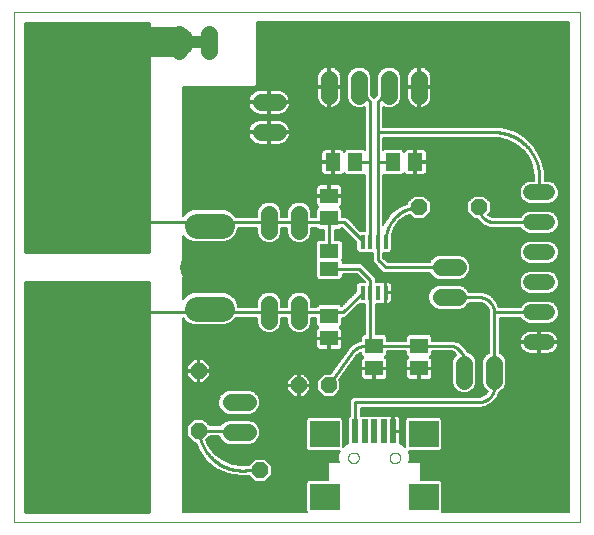
<source format=gtl>
G75*
%MOIN*%
%OFA0B0*%
%FSLAX25Y25*%
%IPPOS*%
%LPD*%
%AMOC8*
5,1,8,0,0,1.08239X$1,22.5*
%
%ADD10C,0.00000*%
%ADD11R,0.05906X0.05118*%
%ADD12R,0.05118X0.05906*%
%ADD13C,0.05600*%
%ADD14R,0.01575X0.04724*%
%ADD15OC8,0.05200*%
%ADD16C,0.35433*%
%ADD17R,0.34449X0.20472*%
%ADD18R,0.09843X0.08661*%
%ADD19R,0.01969X0.07874*%
%ADD20C,0.08400*%
%ADD21R,0.06300X0.04600*%
%ADD22C,0.05200*%
%ADD23C,0.01000*%
%ADD24C,0.03569*%
%ADD25C,0.00600*%
%ADD26C,0.04000*%
%ADD27C,0.10000*%
%ADD28C,0.11000*%
%ADD29C,0.25591*%
%ADD30C,0.05315*%
D10*
X0001937Y0004732D02*
X0001937Y0174692D01*
X0190638Y0174692D01*
X0190638Y0004732D01*
X0001937Y0004732D01*
X0113280Y0026204D02*
X0113282Y0026288D01*
X0113288Y0026371D01*
X0113298Y0026454D01*
X0113312Y0026537D01*
X0113329Y0026619D01*
X0113351Y0026700D01*
X0113376Y0026779D01*
X0113405Y0026858D01*
X0113438Y0026935D01*
X0113474Y0027010D01*
X0113514Y0027084D01*
X0113557Y0027156D01*
X0113604Y0027225D01*
X0113654Y0027292D01*
X0113707Y0027357D01*
X0113763Y0027419D01*
X0113821Y0027479D01*
X0113883Y0027536D01*
X0113947Y0027589D01*
X0114014Y0027640D01*
X0114083Y0027687D01*
X0114154Y0027732D01*
X0114227Y0027772D01*
X0114302Y0027809D01*
X0114379Y0027843D01*
X0114457Y0027873D01*
X0114536Y0027899D01*
X0114617Y0027922D01*
X0114699Y0027940D01*
X0114781Y0027955D01*
X0114864Y0027966D01*
X0114947Y0027973D01*
X0115031Y0027976D01*
X0115115Y0027975D01*
X0115198Y0027970D01*
X0115282Y0027961D01*
X0115364Y0027948D01*
X0115446Y0027932D01*
X0115527Y0027911D01*
X0115608Y0027887D01*
X0115686Y0027859D01*
X0115764Y0027827D01*
X0115840Y0027791D01*
X0115914Y0027752D01*
X0115986Y0027710D01*
X0116056Y0027664D01*
X0116124Y0027615D01*
X0116189Y0027563D01*
X0116252Y0027508D01*
X0116312Y0027450D01*
X0116370Y0027389D01*
X0116424Y0027325D01*
X0116476Y0027259D01*
X0116524Y0027191D01*
X0116569Y0027120D01*
X0116610Y0027047D01*
X0116649Y0026973D01*
X0116683Y0026897D01*
X0116714Y0026819D01*
X0116741Y0026740D01*
X0116765Y0026659D01*
X0116784Y0026578D01*
X0116800Y0026496D01*
X0116812Y0026413D01*
X0116820Y0026329D01*
X0116824Y0026246D01*
X0116824Y0026162D01*
X0116820Y0026079D01*
X0116812Y0025995D01*
X0116800Y0025912D01*
X0116784Y0025830D01*
X0116765Y0025749D01*
X0116741Y0025668D01*
X0116714Y0025589D01*
X0116683Y0025511D01*
X0116649Y0025435D01*
X0116610Y0025361D01*
X0116569Y0025288D01*
X0116524Y0025217D01*
X0116476Y0025149D01*
X0116424Y0025083D01*
X0116370Y0025019D01*
X0116312Y0024958D01*
X0116252Y0024900D01*
X0116189Y0024845D01*
X0116124Y0024793D01*
X0116056Y0024744D01*
X0115986Y0024698D01*
X0115914Y0024656D01*
X0115840Y0024617D01*
X0115764Y0024581D01*
X0115686Y0024549D01*
X0115608Y0024521D01*
X0115527Y0024497D01*
X0115446Y0024476D01*
X0115364Y0024460D01*
X0115282Y0024447D01*
X0115198Y0024438D01*
X0115115Y0024433D01*
X0115031Y0024432D01*
X0114947Y0024435D01*
X0114864Y0024442D01*
X0114781Y0024453D01*
X0114699Y0024468D01*
X0114617Y0024486D01*
X0114536Y0024509D01*
X0114457Y0024535D01*
X0114379Y0024565D01*
X0114302Y0024599D01*
X0114227Y0024636D01*
X0114154Y0024676D01*
X0114083Y0024721D01*
X0114014Y0024768D01*
X0113947Y0024819D01*
X0113883Y0024872D01*
X0113821Y0024929D01*
X0113763Y0024989D01*
X0113707Y0025051D01*
X0113654Y0025116D01*
X0113604Y0025183D01*
X0113557Y0025252D01*
X0113514Y0025324D01*
X0113474Y0025398D01*
X0113438Y0025473D01*
X0113405Y0025550D01*
X0113376Y0025629D01*
X0113351Y0025708D01*
X0113329Y0025789D01*
X0113312Y0025871D01*
X0113298Y0025954D01*
X0113288Y0026037D01*
X0113282Y0026120D01*
X0113280Y0026204D01*
X0127060Y0026204D02*
X0127062Y0026288D01*
X0127068Y0026371D01*
X0127078Y0026454D01*
X0127092Y0026537D01*
X0127109Y0026619D01*
X0127131Y0026700D01*
X0127156Y0026779D01*
X0127185Y0026858D01*
X0127218Y0026935D01*
X0127254Y0027010D01*
X0127294Y0027084D01*
X0127337Y0027156D01*
X0127384Y0027225D01*
X0127434Y0027292D01*
X0127487Y0027357D01*
X0127543Y0027419D01*
X0127601Y0027479D01*
X0127663Y0027536D01*
X0127727Y0027589D01*
X0127794Y0027640D01*
X0127863Y0027687D01*
X0127934Y0027732D01*
X0128007Y0027772D01*
X0128082Y0027809D01*
X0128159Y0027843D01*
X0128237Y0027873D01*
X0128316Y0027899D01*
X0128397Y0027922D01*
X0128479Y0027940D01*
X0128561Y0027955D01*
X0128644Y0027966D01*
X0128727Y0027973D01*
X0128811Y0027976D01*
X0128895Y0027975D01*
X0128978Y0027970D01*
X0129062Y0027961D01*
X0129144Y0027948D01*
X0129226Y0027932D01*
X0129307Y0027911D01*
X0129388Y0027887D01*
X0129466Y0027859D01*
X0129544Y0027827D01*
X0129620Y0027791D01*
X0129694Y0027752D01*
X0129766Y0027710D01*
X0129836Y0027664D01*
X0129904Y0027615D01*
X0129969Y0027563D01*
X0130032Y0027508D01*
X0130092Y0027450D01*
X0130150Y0027389D01*
X0130204Y0027325D01*
X0130256Y0027259D01*
X0130304Y0027191D01*
X0130349Y0027120D01*
X0130390Y0027047D01*
X0130429Y0026973D01*
X0130463Y0026897D01*
X0130494Y0026819D01*
X0130521Y0026740D01*
X0130545Y0026659D01*
X0130564Y0026578D01*
X0130580Y0026496D01*
X0130592Y0026413D01*
X0130600Y0026329D01*
X0130604Y0026246D01*
X0130604Y0026162D01*
X0130600Y0026079D01*
X0130592Y0025995D01*
X0130580Y0025912D01*
X0130564Y0025830D01*
X0130545Y0025749D01*
X0130521Y0025668D01*
X0130494Y0025589D01*
X0130463Y0025511D01*
X0130429Y0025435D01*
X0130390Y0025361D01*
X0130349Y0025288D01*
X0130304Y0025217D01*
X0130256Y0025149D01*
X0130204Y0025083D01*
X0130150Y0025019D01*
X0130092Y0024958D01*
X0130032Y0024900D01*
X0129969Y0024845D01*
X0129904Y0024793D01*
X0129836Y0024744D01*
X0129766Y0024698D01*
X0129694Y0024656D01*
X0129620Y0024617D01*
X0129544Y0024581D01*
X0129466Y0024549D01*
X0129388Y0024521D01*
X0129307Y0024497D01*
X0129226Y0024476D01*
X0129144Y0024460D01*
X0129062Y0024447D01*
X0128978Y0024438D01*
X0128895Y0024433D01*
X0128811Y0024432D01*
X0128727Y0024435D01*
X0128644Y0024442D01*
X0128561Y0024453D01*
X0128479Y0024468D01*
X0128397Y0024486D01*
X0128316Y0024509D01*
X0128237Y0024535D01*
X0128159Y0024565D01*
X0128082Y0024599D01*
X0128007Y0024636D01*
X0127934Y0024676D01*
X0127863Y0024721D01*
X0127794Y0024768D01*
X0127727Y0024819D01*
X0127663Y0024872D01*
X0127601Y0024929D01*
X0127543Y0024989D01*
X0127487Y0025051D01*
X0127434Y0025116D01*
X0127384Y0025183D01*
X0127337Y0025252D01*
X0127294Y0025324D01*
X0127254Y0025398D01*
X0127218Y0025473D01*
X0127185Y0025550D01*
X0127156Y0025629D01*
X0127131Y0025708D01*
X0127109Y0025789D01*
X0127092Y0025871D01*
X0127078Y0025954D01*
X0127068Y0026037D01*
X0127062Y0026120D01*
X0127060Y0026204D01*
D11*
X0121937Y0055992D03*
X0121937Y0063472D03*
X0106937Y0065992D03*
X0106937Y0073472D03*
X0136937Y0063472D03*
X0136937Y0055992D03*
X0106937Y0105992D03*
X0106937Y0113472D03*
D12*
X0108197Y0124732D03*
X0115677Y0124732D03*
X0128197Y0124732D03*
X0135677Y0124732D03*
D13*
X0136937Y0146932D02*
X0136937Y0152532D01*
X0126937Y0152532D02*
X0126937Y0146932D01*
X0116937Y0146932D02*
X0116937Y0152532D01*
X0106937Y0152532D02*
X0106937Y0146932D01*
X0089737Y0144732D02*
X0084137Y0144732D01*
X0084137Y0134732D02*
X0089737Y0134732D01*
X0086937Y0107532D02*
X0086937Y0101932D01*
X0096937Y0101932D02*
X0096937Y0107532D01*
X0096937Y0077532D02*
X0096937Y0071932D01*
X0086937Y0071932D02*
X0086937Y0077532D01*
X0079737Y0044732D02*
X0074137Y0044732D01*
X0074137Y0034732D02*
X0079737Y0034732D01*
X0144137Y0079732D02*
X0149737Y0079732D01*
X0149737Y0089732D02*
X0144137Y0089732D01*
X0151937Y0057532D02*
X0151937Y0051932D01*
X0161937Y0051932D02*
X0161937Y0057532D01*
X0066937Y0161932D02*
X0066937Y0167532D01*
X0056937Y0167532D02*
X0056937Y0161932D01*
D14*
X0118098Y0098223D03*
X0120657Y0098223D03*
X0123217Y0098223D03*
X0125776Y0098223D03*
X0125776Y0081241D03*
X0123217Y0081241D03*
X0120657Y0081241D03*
X0118098Y0081241D03*
D15*
X0136937Y0109732D03*
X0156937Y0109732D03*
X0106789Y0050337D03*
X0096789Y0050337D03*
X0083834Y0022013D03*
X0063413Y0035211D03*
X0043834Y0022013D03*
X0063413Y0055211D03*
D16*
X0026937Y0037232D03*
X0026937Y0142232D03*
D17*
X0026937Y0110992D03*
X0026937Y0068472D03*
D18*
X0105406Y0034078D03*
X0105406Y0013211D03*
X0138477Y0013211D03*
X0138477Y0034078D03*
D19*
X0128241Y0035062D03*
X0125092Y0035062D03*
X0121942Y0035062D03*
X0118792Y0035062D03*
X0115643Y0035062D03*
D20*
X0071137Y0075952D02*
X0062737Y0075952D01*
X0062737Y0089732D02*
X0071137Y0089732D01*
X0071137Y0103511D02*
X0062737Y0103511D01*
D21*
X0106937Y0095232D03*
X0106937Y0089232D03*
D22*
X0174337Y0084732D02*
X0179537Y0084732D01*
X0179537Y0094732D02*
X0174337Y0094732D01*
X0174337Y0104732D02*
X0179537Y0104732D01*
X0179537Y0114732D02*
X0174337Y0114732D01*
X0174337Y0074732D02*
X0179537Y0074732D01*
X0179537Y0064732D02*
X0174337Y0064732D01*
D23*
X0176937Y0074732D02*
X0161937Y0074732D01*
X0161937Y0054732D01*
X0161937Y0050382D01*
X0161949Y0050243D01*
X0161957Y0050103D01*
X0161961Y0049963D01*
X0161962Y0049823D01*
X0161958Y0049683D01*
X0161951Y0049543D01*
X0161939Y0049404D01*
X0161924Y0049265D01*
X0161905Y0049126D01*
X0161883Y0048988D01*
X0161856Y0048850D01*
X0161826Y0048714D01*
X0161792Y0048578D01*
X0161754Y0048443D01*
X0161712Y0048310D01*
X0161667Y0048177D01*
X0161619Y0048046D01*
X0161566Y0047916D01*
X0161510Y0047788D01*
X0161451Y0047661D01*
X0161388Y0047536D01*
X0161321Y0047413D01*
X0161252Y0047292D01*
X0161179Y0047172D01*
X0161102Y0047055D01*
X0161023Y0046940D01*
X0160940Y0046827D01*
X0160855Y0046716D01*
X0160766Y0046608D01*
X0160674Y0046502D01*
X0160580Y0046399D01*
X0160482Y0046298D01*
X0160382Y0046201D01*
X0160279Y0046106D01*
X0160174Y0046013D01*
X0160066Y0045924D01*
X0159956Y0045838D01*
X0159843Y0045755D01*
X0159728Y0045675D01*
X0159611Y0045598D01*
X0159492Y0045524D01*
X0159371Y0045454D01*
X0159248Y0045387D01*
X0159124Y0045324D01*
X0158997Y0045264D01*
X0158869Y0045207D01*
X0158739Y0045154D01*
X0158608Y0045105D01*
X0158476Y0045059D01*
X0158343Y0045017D01*
X0158208Y0044979D01*
X0158073Y0044944D01*
X0157936Y0044913D01*
X0157799Y0044886D01*
X0157661Y0044863D01*
X0157522Y0044843D01*
X0157383Y0044828D01*
X0156937Y0044732D01*
X0115643Y0044732D01*
X0115643Y0035062D01*
X0106789Y0050337D02*
X0114937Y0061732D01*
X0115049Y0061841D01*
X0115163Y0061946D01*
X0115279Y0062050D01*
X0115398Y0062150D01*
X0115520Y0062247D01*
X0115644Y0062341D01*
X0115770Y0062432D01*
X0115898Y0062521D01*
X0116028Y0062605D01*
X0116161Y0062687D01*
X0116295Y0062766D01*
X0116432Y0062841D01*
X0116570Y0062912D01*
X0116709Y0062981D01*
X0116851Y0063046D01*
X0116994Y0063107D01*
X0117138Y0063165D01*
X0117284Y0063219D01*
X0117431Y0063270D01*
X0117580Y0063317D01*
X0117729Y0063361D01*
X0117880Y0063400D01*
X0118031Y0063436D01*
X0118183Y0063469D01*
X0118336Y0063497D01*
X0118490Y0063522D01*
X0118644Y0063543D01*
X0118799Y0063561D01*
X0118954Y0063574D01*
X0119109Y0063584D01*
X0119264Y0063590D01*
X0119420Y0063592D01*
X0119576Y0063590D01*
X0119731Y0063585D01*
X0119887Y0063575D01*
X0120042Y0063562D01*
X0120196Y0063545D01*
X0120351Y0063525D01*
X0120504Y0063500D01*
X0120657Y0063472D01*
X0120657Y0081241D01*
X0120657Y0085511D01*
X0116937Y0089232D01*
X0106937Y0089232D01*
X0106937Y0095232D02*
X0106937Y0104732D01*
X0106937Y0105992D01*
X0106937Y0104732D02*
X0111937Y0104732D01*
X0118098Y0098570D01*
X0118098Y0098223D01*
X0120657Y0098223D02*
X0120657Y0124732D01*
X0115677Y0124732D01*
X0120657Y0124732D02*
X0120657Y0144732D01*
X0116937Y0149732D01*
X0123217Y0144732D02*
X0126937Y0149732D01*
X0123217Y0144732D02*
X0123217Y0134732D01*
X0161937Y0134732D01*
X0162299Y0134728D01*
X0162662Y0134714D01*
X0163024Y0134693D01*
X0163385Y0134662D01*
X0163745Y0134623D01*
X0164104Y0134575D01*
X0164462Y0134518D01*
X0164819Y0134453D01*
X0165174Y0134379D01*
X0165527Y0134296D01*
X0165878Y0134205D01*
X0166226Y0134106D01*
X0166572Y0133998D01*
X0166916Y0133882D01*
X0167256Y0133757D01*
X0167593Y0133625D01*
X0167927Y0133484D01*
X0168258Y0133335D01*
X0168585Y0133178D01*
X0168908Y0133014D01*
X0169227Y0132842D01*
X0169541Y0132662D01*
X0169852Y0132474D01*
X0170157Y0132279D01*
X0170458Y0132077D01*
X0170754Y0131867D01*
X0171044Y0131651D01*
X0171330Y0131427D01*
X0171610Y0131197D01*
X0171884Y0130960D01*
X0172152Y0130716D01*
X0172415Y0130466D01*
X0172671Y0130210D01*
X0172921Y0129947D01*
X0173165Y0129679D01*
X0173402Y0129405D01*
X0173632Y0129125D01*
X0173856Y0128839D01*
X0174072Y0128549D01*
X0174282Y0128253D01*
X0174484Y0127952D01*
X0174679Y0127647D01*
X0174867Y0127336D01*
X0175047Y0127022D01*
X0175219Y0126703D01*
X0175383Y0126380D01*
X0175540Y0126053D01*
X0175689Y0125722D01*
X0175830Y0125388D01*
X0175962Y0125051D01*
X0176087Y0124711D01*
X0176203Y0124367D01*
X0176311Y0124021D01*
X0176410Y0123673D01*
X0176501Y0123322D01*
X0176584Y0122969D01*
X0176658Y0122614D01*
X0176723Y0122257D01*
X0176780Y0121899D01*
X0176828Y0121540D01*
X0176867Y0121180D01*
X0176898Y0120819D01*
X0176919Y0120457D01*
X0176933Y0120094D01*
X0176937Y0119732D01*
X0176937Y0114732D01*
X0176937Y0104732D02*
X0161937Y0104732D01*
X0161797Y0104734D01*
X0161657Y0104740D01*
X0161517Y0104750D01*
X0161377Y0104763D01*
X0161238Y0104781D01*
X0161099Y0104803D01*
X0160962Y0104828D01*
X0160824Y0104857D01*
X0160688Y0104890D01*
X0160553Y0104927D01*
X0160419Y0104968D01*
X0160286Y0105013D01*
X0160154Y0105061D01*
X0160024Y0105113D01*
X0159895Y0105168D01*
X0159768Y0105227D01*
X0159642Y0105290D01*
X0159518Y0105356D01*
X0159397Y0105425D01*
X0159277Y0105498D01*
X0159159Y0105575D01*
X0159044Y0105654D01*
X0158930Y0105737D01*
X0158820Y0105823D01*
X0158711Y0105912D01*
X0158605Y0106004D01*
X0158502Y0106099D01*
X0158401Y0106196D01*
X0158304Y0106297D01*
X0158209Y0106400D01*
X0158117Y0106506D01*
X0158028Y0106615D01*
X0157942Y0106725D01*
X0157859Y0106839D01*
X0157780Y0106954D01*
X0157703Y0107072D01*
X0157630Y0107192D01*
X0157561Y0107313D01*
X0157495Y0107437D01*
X0157432Y0107563D01*
X0157373Y0107690D01*
X0157318Y0107819D01*
X0157266Y0107949D01*
X0157218Y0108081D01*
X0157173Y0108214D01*
X0157132Y0108348D01*
X0157095Y0108483D01*
X0157062Y0108619D01*
X0157033Y0108757D01*
X0157008Y0108894D01*
X0156986Y0109033D01*
X0156968Y0109172D01*
X0156955Y0109312D01*
X0156945Y0109452D01*
X0156939Y0109592D01*
X0156937Y0109732D01*
X0136937Y0109731D02*
X0136667Y0109728D01*
X0136398Y0109718D01*
X0136129Y0109702D01*
X0135860Y0109679D01*
X0135592Y0109650D01*
X0135324Y0109614D01*
X0135058Y0109572D01*
X0134793Y0109523D01*
X0134529Y0109468D01*
X0134266Y0109407D01*
X0134005Y0109339D01*
X0133746Y0109265D01*
X0133488Y0109185D01*
X0133233Y0109098D01*
X0132979Y0109006D01*
X0132728Y0108907D01*
X0132480Y0108802D01*
X0132234Y0108692D01*
X0131991Y0108575D01*
X0131750Y0108453D01*
X0131513Y0108324D01*
X0131279Y0108190D01*
X0131048Y0108051D01*
X0130821Y0107906D01*
X0130597Y0107755D01*
X0130377Y0107599D01*
X0130160Y0107438D01*
X0129948Y0107272D01*
X0129740Y0107101D01*
X0129536Y0106924D01*
X0129336Y0106743D01*
X0129141Y0106557D01*
X0128950Y0106366D01*
X0128764Y0106171D01*
X0128583Y0105971D01*
X0128406Y0105767D01*
X0128235Y0105559D01*
X0128069Y0105347D01*
X0127908Y0105130D01*
X0127752Y0104910D01*
X0127601Y0104686D01*
X0127456Y0104459D01*
X0127317Y0104228D01*
X0127183Y0103994D01*
X0127054Y0103757D01*
X0126932Y0103516D01*
X0126815Y0103273D01*
X0126705Y0103027D01*
X0126600Y0102779D01*
X0126501Y0102528D01*
X0126409Y0102274D01*
X0126322Y0102019D01*
X0126242Y0101761D01*
X0126168Y0101502D01*
X0126100Y0101241D01*
X0126039Y0100978D01*
X0125984Y0100714D01*
X0125935Y0100449D01*
X0125893Y0100183D01*
X0125857Y0099915D01*
X0125828Y0099647D01*
X0125805Y0099378D01*
X0125789Y0099109D01*
X0125779Y0098840D01*
X0125776Y0098570D01*
X0125776Y0098223D01*
X0123217Y0098223D02*
X0123217Y0092232D01*
X0125717Y0089732D01*
X0146937Y0089732D01*
X0146937Y0079732D02*
X0156937Y0079732D01*
X0157077Y0079730D01*
X0157217Y0079724D01*
X0157357Y0079714D01*
X0157497Y0079701D01*
X0157636Y0079683D01*
X0157775Y0079661D01*
X0157912Y0079636D01*
X0158050Y0079607D01*
X0158186Y0079574D01*
X0158321Y0079537D01*
X0158455Y0079496D01*
X0158588Y0079451D01*
X0158720Y0079403D01*
X0158850Y0079351D01*
X0158979Y0079296D01*
X0159106Y0079237D01*
X0159232Y0079174D01*
X0159356Y0079108D01*
X0159477Y0079039D01*
X0159597Y0078966D01*
X0159715Y0078889D01*
X0159830Y0078810D01*
X0159944Y0078727D01*
X0160054Y0078641D01*
X0160163Y0078552D01*
X0160269Y0078460D01*
X0160372Y0078365D01*
X0160473Y0078268D01*
X0160570Y0078167D01*
X0160665Y0078064D01*
X0160757Y0077958D01*
X0160846Y0077849D01*
X0160932Y0077739D01*
X0161015Y0077625D01*
X0161094Y0077510D01*
X0161171Y0077392D01*
X0161244Y0077272D01*
X0161313Y0077151D01*
X0161379Y0077027D01*
X0161442Y0076901D01*
X0161501Y0076774D01*
X0161556Y0076645D01*
X0161608Y0076515D01*
X0161656Y0076383D01*
X0161701Y0076250D01*
X0161742Y0076116D01*
X0161779Y0075981D01*
X0161812Y0075845D01*
X0161841Y0075707D01*
X0161866Y0075570D01*
X0161888Y0075431D01*
X0161906Y0075292D01*
X0161919Y0075152D01*
X0161929Y0075012D01*
X0161935Y0074872D01*
X0161937Y0074732D01*
X0148197Y0063472D02*
X0136937Y0063472D01*
X0121937Y0063472D01*
X0120657Y0063472D01*
X0111589Y0074732D02*
X0106937Y0074732D01*
X0106937Y0073472D01*
X0106937Y0074732D02*
X0096937Y0074732D01*
X0086937Y0074732D01*
X0068157Y0074732D01*
X0068089Y0074734D01*
X0068020Y0074740D01*
X0067953Y0074749D01*
X0067886Y0074763D01*
X0067819Y0074780D01*
X0067754Y0074800D01*
X0067690Y0074825D01*
X0067628Y0074853D01*
X0067567Y0074884D01*
X0067508Y0074919D01*
X0067451Y0074957D01*
X0067396Y0074998D01*
X0067344Y0075042D01*
X0067294Y0075089D01*
X0067247Y0075139D01*
X0067203Y0075191D01*
X0067162Y0075246D01*
X0067124Y0075303D01*
X0067089Y0075362D01*
X0067058Y0075423D01*
X0067030Y0075485D01*
X0067005Y0075549D01*
X0066985Y0075614D01*
X0066968Y0075681D01*
X0066954Y0075748D01*
X0066945Y0075815D01*
X0066939Y0075884D01*
X0066937Y0075952D01*
X0061937Y0074732D01*
X0026937Y0074732D01*
X0046937Y0074620D02*
X0005437Y0074620D01*
X0005437Y0073622D02*
X0046937Y0073622D01*
X0046937Y0072623D02*
X0005437Y0072623D01*
X0005437Y0071625D02*
X0046937Y0071625D01*
X0046937Y0070626D02*
X0005437Y0070626D01*
X0005437Y0069628D02*
X0046937Y0069628D01*
X0046937Y0068629D02*
X0005437Y0068629D01*
X0005437Y0067631D02*
X0046937Y0067631D01*
X0046937Y0066632D02*
X0005437Y0066632D01*
X0005437Y0065634D02*
X0046937Y0065634D01*
X0046937Y0064635D02*
X0005437Y0064635D01*
X0005437Y0063637D02*
X0046937Y0063637D01*
X0046937Y0062638D02*
X0005437Y0062638D01*
X0005437Y0061640D02*
X0046937Y0061640D01*
X0046937Y0060641D02*
X0005437Y0060641D01*
X0005437Y0059643D02*
X0046937Y0059643D01*
X0046937Y0058644D02*
X0005437Y0058644D01*
X0005437Y0057645D02*
X0046937Y0057645D01*
X0046937Y0056647D02*
X0005437Y0056647D01*
X0005437Y0055648D02*
X0046937Y0055648D01*
X0046937Y0054650D02*
X0005437Y0054650D01*
X0005437Y0053651D02*
X0046937Y0053651D01*
X0046937Y0052653D02*
X0005437Y0052653D01*
X0005437Y0051654D02*
X0046937Y0051654D01*
X0046937Y0050656D02*
X0005437Y0050656D01*
X0005437Y0049657D02*
X0046937Y0049657D01*
X0046937Y0048659D02*
X0005437Y0048659D01*
X0005437Y0047660D02*
X0046937Y0047660D01*
X0046937Y0046662D02*
X0005437Y0046662D01*
X0005437Y0045663D02*
X0046937Y0045663D01*
X0046937Y0044665D02*
X0005437Y0044665D01*
X0005437Y0043666D02*
X0046937Y0043666D01*
X0046937Y0042668D02*
X0005437Y0042668D01*
X0005437Y0041669D02*
X0046937Y0041669D01*
X0046937Y0040671D02*
X0005437Y0040671D01*
X0005437Y0039672D02*
X0046937Y0039672D01*
X0046937Y0038674D02*
X0005437Y0038674D01*
X0005437Y0037675D02*
X0046937Y0037675D01*
X0046937Y0036677D02*
X0005437Y0036677D01*
X0005437Y0035678D02*
X0046937Y0035678D01*
X0046937Y0034680D02*
X0005437Y0034680D01*
X0005437Y0033681D02*
X0046937Y0033681D01*
X0046937Y0032683D02*
X0005437Y0032683D01*
X0005437Y0031684D02*
X0046937Y0031684D01*
X0046937Y0030686D02*
X0005437Y0030686D01*
X0005437Y0029687D02*
X0046937Y0029687D01*
X0046937Y0028689D02*
X0005437Y0028689D01*
X0005437Y0027690D02*
X0046937Y0027690D01*
X0046937Y0026692D02*
X0005437Y0026692D01*
X0005437Y0025693D02*
X0046937Y0025693D01*
X0046937Y0024695D02*
X0005437Y0024695D01*
X0005437Y0023696D02*
X0046937Y0023696D01*
X0046937Y0022698D02*
X0005437Y0022698D01*
X0005437Y0021699D02*
X0046937Y0021699D01*
X0046937Y0020701D02*
X0005437Y0020701D01*
X0005437Y0019702D02*
X0046937Y0019702D01*
X0046937Y0018704D02*
X0005437Y0018704D01*
X0005437Y0017705D02*
X0046937Y0017705D01*
X0046937Y0016707D02*
X0005437Y0016707D01*
X0005437Y0015708D02*
X0046937Y0015708D01*
X0046937Y0014710D02*
X0005437Y0014710D01*
X0005437Y0013711D02*
X0046937Y0013711D01*
X0046937Y0012712D02*
X0005437Y0012712D01*
X0005437Y0011714D02*
X0046937Y0011714D01*
X0046937Y0010715D02*
X0005437Y0010715D01*
X0005437Y0009717D02*
X0046937Y0009717D01*
X0046937Y0008718D02*
X0005437Y0008718D01*
X0005437Y0008232D02*
X0005437Y0084732D01*
X0046937Y0084732D01*
X0046937Y0008232D01*
X0005437Y0008232D01*
X0063413Y0035211D02*
X0076937Y0035211D01*
X0076937Y0034732D01*
X0079611Y0022013D02*
X0079255Y0021981D01*
X0078899Y0021958D01*
X0078542Y0021943D01*
X0078185Y0021937D01*
X0077828Y0021940D01*
X0077472Y0021951D01*
X0077115Y0021971D01*
X0076759Y0021999D01*
X0076404Y0022036D01*
X0076050Y0022081D01*
X0075697Y0022136D01*
X0075346Y0022198D01*
X0074996Y0022269D01*
X0074648Y0022349D01*
X0074302Y0022437D01*
X0073958Y0022533D01*
X0073616Y0022637D01*
X0073278Y0022750D01*
X0072942Y0022871D01*
X0072609Y0023000D01*
X0072279Y0023137D01*
X0071953Y0023282D01*
X0071630Y0023434D01*
X0071311Y0023595D01*
X0070996Y0023763D01*
X0070685Y0023939D01*
X0070379Y0024122D01*
X0070077Y0024312D01*
X0069780Y0024510D01*
X0069487Y0024715D01*
X0069200Y0024927D01*
X0068918Y0025146D01*
X0068641Y0025371D01*
X0068370Y0025603D01*
X0068104Y0025842D01*
X0067845Y0026087D01*
X0067591Y0026338D01*
X0067343Y0026595D01*
X0067102Y0026858D01*
X0066867Y0027127D01*
X0066639Y0027402D01*
X0066417Y0027682D01*
X0066203Y0027967D01*
X0065995Y0028257D01*
X0065794Y0028552D01*
X0065600Y0028852D01*
X0065414Y0029157D01*
X0065235Y0029466D01*
X0065064Y0029779D01*
X0064900Y0030097D01*
X0064744Y0030418D01*
X0064596Y0030743D01*
X0064456Y0031071D01*
X0064324Y0031402D01*
X0064199Y0031737D01*
X0064083Y0032075D01*
X0063975Y0032415D01*
X0063876Y0032758D01*
X0063784Y0033103D01*
X0063701Y0033450D01*
X0063627Y0033799D01*
X0063561Y0034150D01*
X0063503Y0034503D01*
X0063454Y0034856D01*
X0063413Y0035211D01*
X0079611Y0022013D02*
X0083834Y0022013D01*
X0111589Y0074732D02*
X0118098Y0081241D01*
X0123217Y0098223D02*
X0123217Y0124732D01*
X0128197Y0124732D01*
X0123217Y0124732D02*
X0123217Y0134732D01*
X0106937Y0104732D02*
X0096937Y0104732D01*
X0086937Y0104732D01*
X0061937Y0104732D01*
X0066937Y0103511D01*
X0061937Y0104732D02*
X0033197Y0104732D01*
X0026937Y0110992D01*
X0046937Y0110567D02*
X0005437Y0110567D01*
X0005437Y0111565D02*
X0046937Y0111565D01*
X0046937Y0112564D02*
X0005437Y0112564D01*
X0005437Y0113562D02*
X0046937Y0113562D01*
X0046937Y0114561D02*
X0005437Y0114561D01*
X0005437Y0115559D02*
X0046937Y0115559D01*
X0046937Y0116558D02*
X0005437Y0116558D01*
X0005437Y0117556D02*
X0046937Y0117556D01*
X0046937Y0118555D02*
X0005437Y0118555D01*
X0005437Y0119553D02*
X0046937Y0119553D01*
X0046937Y0120552D02*
X0005437Y0120552D01*
X0005437Y0121550D02*
X0046937Y0121550D01*
X0046937Y0122549D02*
X0005437Y0122549D01*
X0005437Y0123547D02*
X0046937Y0123547D01*
X0046937Y0124546D02*
X0005437Y0124546D01*
X0005437Y0125544D02*
X0046937Y0125544D01*
X0046937Y0126543D02*
X0005437Y0126543D01*
X0005437Y0127541D02*
X0046937Y0127541D01*
X0046937Y0128540D02*
X0005437Y0128540D01*
X0005437Y0129538D02*
X0046937Y0129538D01*
X0046937Y0130537D02*
X0005437Y0130537D01*
X0005437Y0131535D02*
X0046937Y0131535D01*
X0046937Y0132534D02*
X0005437Y0132534D01*
X0005437Y0133532D02*
X0046937Y0133532D01*
X0046937Y0134531D02*
X0005437Y0134531D01*
X0005437Y0135529D02*
X0046937Y0135529D01*
X0046937Y0136528D02*
X0005437Y0136528D01*
X0005437Y0137526D02*
X0046937Y0137526D01*
X0046937Y0138525D02*
X0005437Y0138525D01*
X0005437Y0139523D02*
X0046937Y0139523D01*
X0046937Y0140522D02*
X0005437Y0140522D01*
X0005437Y0141520D02*
X0046937Y0141520D01*
X0046937Y0142519D02*
X0005437Y0142519D01*
X0005437Y0143517D02*
X0046937Y0143517D01*
X0046937Y0144516D02*
X0005437Y0144516D01*
X0005437Y0145514D02*
X0046937Y0145514D01*
X0046937Y0146513D02*
X0005437Y0146513D01*
X0005437Y0147512D02*
X0046937Y0147512D01*
X0046937Y0148510D02*
X0005437Y0148510D01*
X0005437Y0149509D02*
X0046937Y0149509D01*
X0046937Y0150507D02*
X0005437Y0150507D01*
X0005437Y0151506D02*
X0046937Y0151506D01*
X0046937Y0152504D02*
X0005437Y0152504D01*
X0005437Y0153503D02*
X0046937Y0153503D01*
X0046937Y0154501D02*
X0005437Y0154501D01*
X0005437Y0155500D02*
X0046937Y0155500D01*
X0046937Y0156498D02*
X0005437Y0156498D01*
X0005437Y0157497D02*
X0046937Y0157497D01*
X0046937Y0158495D02*
X0005437Y0158495D01*
X0005437Y0159494D02*
X0046937Y0159494D01*
X0046937Y0160492D02*
X0005437Y0160492D01*
X0005437Y0161491D02*
X0046937Y0161491D01*
X0046937Y0162489D02*
X0005437Y0162489D01*
X0005437Y0163488D02*
X0046937Y0163488D01*
X0046937Y0164486D02*
X0005437Y0164486D01*
X0005437Y0165485D02*
X0046937Y0165485D01*
X0046937Y0166483D02*
X0005437Y0166483D01*
X0005437Y0167482D02*
X0046937Y0167482D01*
X0046937Y0168480D02*
X0005437Y0168480D01*
X0005437Y0169479D02*
X0046937Y0169479D01*
X0046937Y0170477D02*
X0005437Y0170477D01*
X0005437Y0171192D02*
X0046937Y0171192D01*
X0046937Y0094732D01*
X0005437Y0094732D01*
X0005437Y0171192D01*
X0005437Y0109568D02*
X0046937Y0109568D01*
X0046937Y0108570D02*
X0005437Y0108570D01*
X0005437Y0107571D02*
X0046937Y0107571D01*
X0046937Y0106573D02*
X0005437Y0106573D01*
X0005437Y0105574D02*
X0046937Y0105574D01*
X0046937Y0104576D02*
X0005437Y0104576D01*
X0005437Y0103577D02*
X0046937Y0103577D01*
X0046937Y0102579D02*
X0005437Y0102579D01*
X0005437Y0101580D02*
X0046937Y0101580D01*
X0046937Y0100581D02*
X0005437Y0100581D01*
X0005437Y0099583D02*
X0046937Y0099583D01*
X0046937Y0098584D02*
X0005437Y0098584D01*
X0005437Y0097586D02*
X0046937Y0097586D01*
X0046937Y0096587D02*
X0005437Y0096587D01*
X0005437Y0095589D02*
X0046937Y0095589D01*
X0046937Y0084605D02*
X0005437Y0084605D01*
X0005437Y0083607D02*
X0046937Y0083607D01*
X0046937Y0082608D02*
X0005437Y0082608D01*
X0005437Y0081610D02*
X0046937Y0081610D01*
X0046937Y0080611D02*
X0005437Y0080611D01*
X0005437Y0079613D02*
X0046937Y0079613D01*
X0046937Y0078614D02*
X0005437Y0078614D01*
X0005437Y0077616D02*
X0046937Y0077616D01*
X0046937Y0076617D02*
X0005437Y0076617D01*
X0005437Y0075619D02*
X0046937Y0075619D01*
X0148197Y0063472D02*
X0148347Y0063410D01*
X0148495Y0063344D01*
X0148642Y0063274D01*
X0148787Y0063201D01*
X0148931Y0063125D01*
X0149072Y0063045D01*
X0149212Y0062962D01*
X0149349Y0062875D01*
X0149484Y0062785D01*
X0149618Y0062692D01*
X0149748Y0062596D01*
X0149877Y0062496D01*
X0150003Y0062394D01*
X0150126Y0062288D01*
X0150247Y0062180D01*
X0150365Y0062069D01*
X0150481Y0061954D01*
X0150594Y0061837D01*
X0150703Y0061718D01*
X0150810Y0061595D01*
X0150914Y0061471D01*
X0151015Y0061343D01*
X0151113Y0061214D01*
X0151208Y0061081D01*
X0151299Y0060947D01*
X0151387Y0060811D01*
X0151472Y0060672D01*
X0151553Y0060532D01*
X0151631Y0060389D01*
X0151706Y0060245D01*
X0151777Y0060099D01*
X0151845Y0059951D01*
X0151908Y0059802D01*
X0151969Y0059651D01*
X0152025Y0059499D01*
X0152078Y0059345D01*
X0152127Y0059190D01*
X0152173Y0059034D01*
X0152215Y0058877D01*
X0152252Y0058719D01*
X0152286Y0058560D01*
X0152317Y0058401D01*
X0152343Y0058241D01*
X0152365Y0058080D01*
X0152384Y0057918D01*
X0152399Y0057756D01*
X0152409Y0057594D01*
X0152416Y0057432D01*
X0152419Y0057270D01*
X0152418Y0057107D01*
X0152413Y0056945D01*
X0152404Y0056783D01*
X0152391Y0056621D01*
X0152374Y0056459D01*
X0152354Y0056298D01*
X0152329Y0056137D01*
X0152301Y0055978D01*
X0152269Y0055818D01*
X0152233Y0055660D01*
X0152193Y0055502D01*
X0152149Y0055346D01*
X0152102Y0055191D01*
X0152050Y0055037D01*
X0151995Y0054884D01*
X0151937Y0054732D01*
D24*
X0125776Y0071935D03*
X0125776Y0075935D03*
X0041937Y0059732D03*
X0041937Y0054732D03*
X0036937Y0059732D03*
X0031937Y0059732D03*
X0026937Y0059732D03*
X0021937Y0059732D03*
X0016937Y0059732D03*
X0011937Y0059732D03*
X0011937Y0054732D03*
X0011937Y0119732D03*
X0016937Y0119732D03*
X0021937Y0119732D03*
X0026937Y0119732D03*
X0031937Y0119732D03*
X0036937Y0119732D03*
X0041937Y0119732D03*
X0041937Y0124732D03*
X0011937Y0124732D03*
D25*
X0011937Y0119732D01*
X0015677Y0110992D01*
X0026937Y0110992D01*
X0028197Y0110992D01*
X0031937Y0119732D01*
X0041937Y0124732D01*
X0041937Y0119732D02*
X0036937Y0119732D01*
X0033197Y0110992D01*
X0026937Y0110992D01*
X0038197Y0110992D01*
X0041937Y0119732D01*
X0026937Y0119732D02*
X0026937Y0110992D01*
X0025677Y0110992D01*
X0021937Y0119732D01*
X0016937Y0119732D02*
X0020677Y0110992D01*
X0026937Y0110992D01*
X0058237Y0111055D02*
X0084729Y0111055D01*
X0084615Y0111008D02*
X0083461Y0109854D01*
X0082837Y0108347D01*
X0082837Y0106532D01*
X0075839Y0106532D01*
X0075800Y0106627D01*
X0074252Y0108174D01*
X0072231Y0109011D01*
X0061643Y0109011D01*
X0059622Y0108174D01*
X0058237Y0106790D01*
X0058237Y0149932D01*
X0082268Y0149932D01*
X0082737Y0150400D01*
X0082737Y0171392D01*
X0186937Y0171392D01*
X0186937Y0008032D01*
X0144388Y0008032D01*
X0144699Y0008342D01*
X0144699Y0018081D01*
X0143937Y0018842D01*
X0137399Y0018842D01*
X0137399Y0024556D01*
X0137224Y0024732D01*
X0133712Y0024732D01*
X0133903Y0025195D01*
X0133903Y0027212D01*
X0133392Y0028447D01*
X0143937Y0028447D01*
X0144699Y0029208D01*
X0144699Y0038947D01*
X0143937Y0039708D01*
X0133018Y0039708D01*
X0132256Y0038947D01*
X0132256Y0029952D01*
X0131705Y0030503D01*
X0130525Y0030991D01*
X0130525Y0034870D01*
X0128433Y0034870D01*
X0128433Y0035254D01*
X0128049Y0035254D01*
X0128049Y0040299D01*
X0127086Y0040299D01*
X0126755Y0040210D01*
X0126722Y0040191D01*
X0126614Y0040299D01*
X0123569Y0040299D01*
X0123517Y0040247D01*
X0123465Y0040299D01*
X0120419Y0040299D01*
X0120367Y0040247D01*
X0120315Y0040299D01*
X0117443Y0040299D01*
X0117443Y0042932D01*
X0156406Y0042932D01*
X0156587Y0042815D01*
X0157128Y0042932D01*
X0157683Y0042932D01*
X0157812Y0043061D01*
X0158922Y0043171D01*
X0161335Y0044462D01*
X0163070Y0046578D01*
X0163070Y0046578D01*
X0163549Y0048162D01*
X0164259Y0048456D01*
X0165413Y0049609D01*
X0166037Y0051116D01*
X0166037Y0058347D01*
X0165413Y0059854D01*
X0164259Y0061008D01*
X0163737Y0061224D01*
X0163737Y0072932D01*
X0170861Y0072932D01*
X0171031Y0072523D01*
X0172128Y0071426D01*
X0173561Y0070832D01*
X0180313Y0070832D01*
X0181746Y0071426D01*
X0182843Y0072523D01*
X0183437Y0073956D01*
X0183437Y0075508D01*
X0182843Y0076941D01*
X0181746Y0078038D01*
X0180313Y0078632D01*
X0173561Y0078632D01*
X0172128Y0078038D01*
X0171031Y0076941D01*
X0170861Y0076532D01*
X0163552Y0076532D01*
X0162702Y0078584D01*
X0160789Y0080497D01*
X0158290Y0081532D01*
X0153429Y0081532D01*
X0153213Y0082054D01*
X0152059Y0083208D01*
X0150553Y0083832D01*
X0143321Y0083832D01*
X0141815Y0083208D01*
X0140661Y0082054D01*
X0140037Y0080547D01*
X0140037Y0078916D01*
X0140661Y0077409D01*
X0141815Y0076256D01*
X0143321Y0075632D01*
X0150553Y0075632D01*
X0152059Y0076256D01*
X0153213Y0077409D01*
X0153429Y0077932D01*
X0156937Y0077932D01*
X0157561Y0077870D01*
X0158715Y0077393D01*
X0159598Y0076510D01*
X0160076Y0075356D01*
X0160137Y0074732D01*
X0160137Y0061224D01*
X0159615Y0061008D01*
X0158461Y0059854D01*
X0157837Y0058347D01*
X0157837Y0051116D01*
X0158461Y0049609D01*
X0159615Y0048456D01*
X0159789Y0048384D01*
X0159775Y0048338D01*
X0158964Y0047348D01*
X0157836Y0046745D01*
X0157757Y0046729D01*
X0157733Y0046744D01*
X0157104Y0046609D01*
X0156464Y0046546D01*
X0156452Y0046532D01*
X0114897Y0046532D01*
X0113843Y0045477D01*
X0113843Y0040022D01*
X0113358Y0039537D01*
X0113358Y0030991D01*
X0112179Y0030503D01*
X0111628Y0029952D01*
X0111628Y0038947D01*
X0110866Y0039708D01*
X0099947Y0039708D01*
X0099185Y0038947D01*
X0099185Y0029208D01*
X0099947Y0028447D01*
X0110492Y0028447D01*
X0109980Y0027212D01*
X0109980Y0025195D01*
X0110172Y0024732D01*
X0106660Y0024732D01*
X0106484Y0024556D01*
X0106484Y0018842D01*
X0099947Y0018842D01*
X0099185Y0018081D01*
X0099185Y0008342D01*
X0099496Y0008032D01*
X0058237Y0008032D01*
X0058237Y0072674D01*
X0059622Y0071290D01*
X0061643Y0070452D01*
X0072231Y0070452D01*
X0074252Y0071290D01*
X0075800Y0072837D01*
X0075839Y0072932D01*
X0082837Y0072932D01*
X0082837Y0071116D01*
X0083461Y0069609D01*
X0084615Y0068456D01*
X0086121Y0067832D01*
X0087753Y0067832D01*
X0089259Y0068456D01*
X0090413Y0069609D01*
X0091037Y0071116D01*
X0091037Y0072932D01*
X0092837Y0072932D01*
X0092837Y0071116D01*
X0093461Y0069609D01*
X0094615Y0068456D01*
X0096121Y0067832D01*
X0097753Y0067832D01*
X0099259Y0068456D01*
X0100413Y0069609D01*
X0101037Y0071116D01*
X0101037Y0072932D01*
X0102684Y0072932D01*
X0102684Y0070374D01*
X0103365Y0069694D01*
X0103186Y0069591D01*
X0102944Y0069349D01*
X0102773Y0069053D01*
X0102684Y0068722D01*
X0102684Y0066292D01*
X0106637Y0066292D01*
X0106637Y0065692D01*
X0102684Y0065692D01*
X0102684Y0063261D01*
X0102773Y0062931D01*
X0102944Y0062634D01*
X0103186Y0062392D01*
X0103482Y0062221D01*
X0103813Y0062133D01*
X0106637Y0062133D01*
X0106637Y0065692D01*
X0107237Y0065692D01*
X0107237Y0066292D01*
X0111190Y0066292D01*
X0111190Y0068722D01*
X0111101Y0069053D01*
X0110930Y0069349D01*
X0110688Y0069591D01*
X0110509Y0069694D01*
X0111190Y0070374D01*
X0111190Y0072932D01*
X0112335Y0072932D01*
X0113389Y0073986D01*
X0116982Y0077579D01*
X0118857Y0077579D01*
X0118857Y0067331D01*
X0118446Y0067331D01*
X0117684Y0066570D01*
X0117684Y0065232D01*
X0117024Y0065144D01*
X0114614Y0063955D01*
X0114072Y0063413D01*
X0113906Y0063385D01*
X0113559Y0062900D01*
X0113137Y0062477D01*
X0113137Y0062309D01*
X0107365Y0054237D01*
X0105173Y0054237D01*
X0102889Y0051952D01*
X0102889Y0048721D01*
X0105173Y0046437D01*
X0108404Y0046437D01*
X0110689Y0048721D01*
X0110689Y0051952D01*
X0110379Y0052262D01*
X0116286Y0060524D01*
X0116776Y0060940D01*
X0117684Y0061388D01*
X0117684Y0060374D01*
X0118365Y0059694D01*
X0118186Y0059591D01*
X0117944Y0059349D01*
X0117773Y0059053D01*
X0117684Y0058722D01*
X0117684Y0056292D01*
X0121637Y0056292D01*
X0121637Y0055692D01*
X0117684Y0055692D01*
X0117684Y0053261D01*
X0117773Y0052931D01*
X0117944Y0052634D01*
X0118186Y0052392D01*
X0118482Y0052221D01*
X0118813Y0052133D01*
X0121637Y0052133D01*
X0121637Y0055692D01*
X0122237Y0055692D01*
X0122237Y0056292D01*
X0126190Y0056292D01*
X0126190Y0058722D01*
X0126101Y0059053D01*
X0125930Y0059349D01*
X0125688Y0059591D01*
X0125509Y0059694D01*
X0126190Y0060374D01*
X0126190Y0061672D01*
X0132684Y0061672D01*
X0132684Y0060374D01*
X0133365Y0059694D01*
X0133186Y0059591D01*
X0132944Y0059349D01*
X0132773Y0059053D01*
X0132684Y0058722D01*
X0132684Y0056292D01*
X0136637Y0056292D01*
X0136637Y0055692D01*
X0132684Y0055692D01*
X0132684Y0053261D01*
X0132773Y0052931D01*
X0132944Y0052634D01*
X0133186Y0052392D01*
X0133482Y0052221D01*
X0133813Y0052133D01*
X0136637Y0052133D01*
X0136637Y0055692D01*
X0137237Y0055692D01*
X0137237Y0056292D01*
X0141190Y0056292D01*
X0141190Y0058722D01*
X0141101Y0059053D01*
X0140930Y0059349D01*
X0140688Y0059591D01*
X0140509Y0059694D01*
X0141190Y0060374D01*
X0141190Y0061672D01*
X0147776Y0061672D01*
X0148384Y0061356D01*
X0149183Y0060576D01*
X0148461Y0059854D01*
X0147837Y0058347D01*
X0147837Y0051116D01*
X0148461Y0049609D01*
X0149615Y0048456D01*
X0151121Y0047832D01*
X0152753Y0047832D01*
X0154259Y0048456D01*
X0155413Y0049609D01*
X0156037Y0051116D01*
X0156037Y0058347D01*
X0155413Y0059854D01*
X0154259Y0061008D01*
X0153155Y0061465D01*
X0152865Y0062143D01*
X0152865Y0062143D01*
X0150440Y0064512D01*
X0149209Y0065006D01*
X0148942Y0065272D01*
X0148544Y0065272D01*
X0148174Y0065420D01*
X0147828Y0065272D01*
X0141190Y0065272D01*
X0141190Y0066570D01*
X0140428Y0067331D01*
X0133446Y0067331D01*
X0132684Y0066570D01*
X0132684Y0065272D01*
X0126190Y0065272D01*
X0126190Y0066570D01*
X0125428Y0067331D01*
X0122457Y0067331D01*
X0122457Y0077579D01*
X0124542Y0077579D01*
X0124600Y0077637D01*
X0124817Y0077579D01*
X0125682Y0077579D01*
X0125682Y0081147D01*
X0125869Y0081147D01*
X0125869Y0077579D01*
X0126734Y0077579D01*
X0127065Y0077667D01*
X0127361Y0077838D01*
X0127603Y0078080D01*
X0127774Y0078377D01*
X0127863Y0078708D01*
X0127863Y0081147D01*
X0125869Y0081147D01*
X0125869Y0081335D01*
X0125682Y0081335D01*
X0125682Y0084903D01*
X0124817Y0084903D01*
X0124600Y0084845D01*
X0124542Y0084903D01*
X0122457Y0084903D01*
X0122457Y0086257D01*
X0121403Y0087311D01*
X0117683Y0091032D01*
X0111387Y0091032D01*
X0111387Y0092070D01*
X0111225Y0092232D01*
X0111387Y0092393D01*
X0111387Y0098070D01*
X0110625Y0098832D01*
X0108737Y0098832D01*
X0108737Y0102133D01*
X0110428Y0102133D01*
X0111190Y0102894D01*
X0111190Y0102932D01*
X0111191Y0102932D01*
X0116011Y0098112D01*
X0116011Y0095322D01*
X0116773Y0094561D01*
X0121417Y0094561D01*
X0121417Y0091486D01*
X0124971Y0087932D01*
X0140445Y0087932D01*
X0140661Y0087409D01*
X0141815Y0086256D01*
X0143321Y0085632D01*
X0150553Y0085632D01*
X0152059Y0086256D01*
X0153213Y0087409D01*
X0153837Y0088916D01*
X0153837Y0090547D01*
X0153213Y0092054D01*
X0152059Y0093208D01*
X0150553Y0093832D01*
X0143321Y0093832D01*
X0141815Y0093208D01*
X0140661Y0092054D01*
X0140445Y0091532D01*
X0126462Y0091532D01*
X0125017Y0092977D01*
X0125017Y0094561D01*
X0127101Y0094561D01*
X0127863Y0095322D01*
X0127863Y0100565D01*
X0128596Y0102820D01*
X0130317Y0105190D01*
X0132687Y0106912D01*
X0133861Y0107293D01*
X0135322Y0105832D01*
X0138552Y0105832D01*
X0140837Y0108116D01*
X0140837Y0111347D01*
X0138552Y0113632D01*
X0135322Y0113632D01*
X0133037Y0111347D01*
X0133037Y0110932D01*
X0130979Y0110263D01*
X0127658Y0107850D01*
X0127658Y0107850D01*
X0127658Y0107850D01*
X0125244Y0104528D01*
X0125017Y0103827D01*
X0125017Y0120562D01*
X0125099Y0120479D01*
X0131294Y0120479D01*
X0131975Y0121159D01*
X0132078Y0120981D01*
X0132320Y0120739D01*
X0132616Y0120568D01*
X0132947Y0120479D01*
X0135377Y0120479D01*
X0135377Y0124432D01*
X0135977Y0124432D01*
X0135977Y0120479D01*
X0138407Y0120479D01*
X0138738Y0120568D01*
X0139034Y0120739D01*
X0139276Y0120981D01*
X0139448Y0121277D01*
X0139536Y0121608D01*
X0139536Y0124432D01*
X0135977Y0124432D01*
X0135977Y0125032D01*
X0135377Y0125032D01*
X0135377Y0128985D01*
X0132947Y0128985D01*
X0132616Y0128896D01*
X0132320Y0128725D01*
X0132078Y0128483D01*
X0131975Y0128304D01*
X0131294Y0128985D01*
X0125099Y0128985D01*
X0125017Y0128902D01*
X0125017Y0132932D01*
X0161937Y0132932D01*
X0163660Y0132819D01*
X0166988Y0131927D01*
X0169973Y0130204D01*
X0172409Y0127767D01*
X0174132Y0124783D01*
X0175024Y0121455D01*
X0175137Y0119732D01*
X0175137Y0118632D01*
X0173561Y0118632D01*
X0172128Y0118038D01*
X0171031Y0116941D01*
X0170437Y0115508D01*
X0170437Y0113956D01*
X0171031Y0112523D01*
X0172128Y0111426D01*
X0173561Y0110832D01*
X0180313Y0110832D01*
X0181746Y0111426D01*
X0182843Y0112523D01*
X0183437Y0113956D01*
X0183437Y0115508D01*
X0182843Y0116941D01*
X0181746Y0118038D01*
X0180313Y0118632D01*
X0178737Y0118632D01*
X0178737Y0121944D01*
X0177592Y0126216D01*
X0175380Y0130047D01*
X0175380Y0130047D01*
X0172252Y0133175D01*
X0168422Y0135387D01*
X0168422Y0135387D01*
X0164149Y0136532D01*
X0125017Y0136532D01*
X0125017Y0143290D01*
X0126121Y0142832D01*
X0127753Y0142832D01*
X0129259Y0143456D01*
X0130413Y0144609D01*
X0131037Y0146116D01*
X0131037Y0153347D01*
X0130413Y0154854D01*
X0129259Y0156008D01*
X0127753Y0156632D01*
X0126121Y0156632D01*
X0124615Y0156008D01*
X0123461Y0154854D01*
X0122837Y0153347D01*
X0122837Y0147237D01*
X0121937Y0146028D01*
X0121037Y0147237D01*
X0121037Y0153347D01*
X0120413Y0154854D01*
X0119259Y0156008D01*
X0117753Y0156632D01*
X0116121Y0156632D01*
X0114615Y0156008D01*
X0113461Y0154854D01*
X0112837Y0153347D01*
X0112837Y0146116D01*
X0113461Y0144609D01*
X0114615Y0143456D01*
X0116121Y0142832D01*
X0117753Y0142832D01*
X0118857Y0143290D01*
X0118857Y0128902D01*
X0118775Y0128985D01*
X0112580Y0128985D01*
X0111899Y0128304D01*
X0111796Y0128483D01*
X0111554Y0128725D01*
X0111258Y0128896D01*
X0110927Y0128985D01*
X0108497Y0128985D01*
X0108497Y0125032D01*
X0107897Y0125032D01*
X0107897Y0128985D01*
X0105467Y0128985D01*
X0105136Y0128896D01*
X0104840Y0128725D01*
X0104598Y0128483D01*
X0104426Y0128186D01*
X0104338Y0127856D01*
X0104338Y0125032D01*
X0107897Y0125032D01*
X0107897Y0124432D01*
X0108497Y0124432D01*
X0108497Y0120479D01*
X0110927Y0120479D01*
X0111258Y0120568D01*
X0111554Y0120739D01*
X0111796Y0120981D01*
X0111899Y0121159D01*
X0112580Y0120479D01*
X0118775Y0120479D01*
X0118857Y0120562D01*
X0118857Y0101885D01*
X0117329Y0101885D01*
X0113737Y0105477D01*
X0113737Y0105477D01*
X0112683Y0106532D01*
X0111190Y0106532D01*
X0111190Y0109089D01*
X0110509Y0109770D01*
X0110688Y0109873D01*
X0110930Y0110115D01*
X0111101Y0110411D01*
X0111190Y0110742D01*
X0111190Y0113172D01*
X0107237Y0113172D01*
X0107237Y0113772D01*
X0106637Y0113772D01*
X0106637Y0117331D01*
X0103813Y0117331D01*
X0103482Y0117242D01*
X0103186Y0117071D01*
X0102944Y0116829D01*
X0102773Y0116533D01*
X0102684Y0116202D01*
X0102684Y0113772D01*
X0106637Y0113772D01*
X0106637Y0113172D01*
X0102684Y0113172D01*
X0102684Y0110742D01*
X0102773Y0110411D01*
X0102944Y0110115D01*
X0103186Y0109873D01*
X0103365Y0109770D01*
X0102684Y0109089D01*
X0102684Y0106532D01*
X0101037Y0106532D01*
X0101037Y0108347D01*
X0100413Y0109854D01*
X0099259Y0111008D01*
X0097753Y0111632D01*
X0096121Y0111632D01*
X0094615Y0111008D01*
X0093461Y0109854D01*
X0092837Y0108347D01*
X0092837Y0106532D01*
X0091037Y0106532D01*
X0091037Y0108347D01*
X0090413Y0109854D01*
X0089259Y0111008D01*
X0087753Y0111632D01*
X0086121Y0111632D01*
X0084615Y0111008D01*
X0084063Y0110456D02*
X0058237Y0110456D01*
X0058237Y0109858D02*
X0083465Y0109858D01*
X0083215Y0109259D02*
X0058237Y0109259D01*
X0058237Y0108661D02*
X0060797Y0108661D01*
X0059510Y0108062D02*
X0058237Y0108062D01*
X0058237Y0107464D02*
X0058911Y0107464D01*
X0058313Y0106865D02*
X0058237Y0106865D01*
X0058237Y0111653D02*
X0102684Y0111653D01*
X0102684Y0111055D02*
X0099145Y0111055D01*
X0099811Y0110456D02*
X0102761Y0110456D01*
X0103212Y0109858D02*
X0100409Y0109858D01*
X0100659Y0109259D02*
X0102854Y0109259D01*
X0102684Y0108661D02*
X0100907Y0108661D01*
X0101037Y0108062D02*
X0102684Y0108062D01*
X0102684Y0107464D02*
X0101037Y0107464D01*
X0101037Y0106865D02*
X0102684Y0106865D01*
X0102684Y0102932D02*
X0101037Y0102932D01*
X0101037Y0101116D01*
X0100413Y0099609D01*
X0099259Y0098456D01*
X0097753Y0097832D01*
X0096121Y0097832D01*
X0094615Y0098456D01*
X0093461Y0099609D01*
X0092837Y0101116D01*
X0092837Y0102932D01*
X0091037Y0102932D01*
X0091037Y0101116D01*
X0090413Y0099609D01*
X0089259Y0098456D01*
X0087753Y0097832D01*
X0086121Y0097832D01*
X0084615Y0098456D01*
X0083461Y0099609D01*
X0082837Y0101116D01*
X0082837Y0102932D01*
X0076637Y0102932D01*
X0076637Y0102417D01*
X0075800Y0100396D01*
X0074252Y0098849D01*
X0072231Y0098011D01*
X0061643Y0098011D01*
X0059622Y0098849D01*
X0058237Y0100233D01*
X0058237Y0092895D01*
X0058542Y0093315D01*
X0059154Y0093927D01*
X0059854Y0094436D01*
X0060626Y0094829D01*
X0061449Y0095096D01*
X0062304Y0095232D01*
X0066637Y0095232D01*
X0066637Y0090032D01*
X0067237Y0090032D01*
X0067237Y0095232D01*
X0071570Y0095232D01*
X0072425Y0095096D01*
X0073248Y0094829D01*
X0074020Y0094436D01*
X0074720Y0093927D01*
X0075332Y0093315D01*
X0075841Y0092614D01*
X0076234Y0091843D01*
X0076502Y0091020D01*
X0076637Y0090165D01*
X0076637Y0090032D01*
X0067237Y0090032D01*
X0067237Y0089432D01*
X0076637Y0089432D01*
X0076637Y0089299D01*
X0076502Y0088444D01*
X0076234Y0087621D01*
X0075841Y0086849D01*
X0075332Y0086149D01*
X0074720Y0085537D01*
X0074020Y0085028D01*
X0073248Y0084635D01*
X0072425Y0084367D01*
X0071570Y0084232D01*
X0067237Y0084232D01*
X0067237Y0089432D01*
X0066637Y0089432D01*
X0058237Y0089432D01*
X0058237Y0090032D01*
X0066637Y0090032D01*
X0066637Y0089432D01*
X0066637Y0084232D01*
X0062304Y0084232D01*
X0061449Y0084367D01*
X0060626Y0084635D01*
X0059854Y0085028D01*
X0059154Y0085537D01*
X0058542Y0086149D01*
X0058237Y0086568D01*
X0058237Y0079230D01*
X0059622Y0080615D01*
X0061643Y0081452D01*
X0072231Y0081452D01*
X0074252Y0080615D01*
X0075800Y0079068D01*
X0076637Y0077046D01*
X0076637Y0076532D01*
X0082837Y0076532D01*
X0082837Y0078347D01*
X0083461Y0079854D01*
X0084615Y0081008D01*
X0086121Y0081632D01*
X0087753Y0081632D01*
X0089259Y0081008D01*
X0090413Y0079854D01*
X0091037Y0078347D01*
X0091037Y0076532D01*
X0092837Y0076532D01*
X0092837Y0078347D01*
X0093461Y0079854D01*
X0094615Y0081008D01*
X0096121Y0081632D01*
X0097753Y0081632D01*
X0099259Y0081008D01*
X0100413Y0079854D01*
X0101037Y0078347D01*
X0101037Y0076532D01*
X0102684Y0076532D01*
X0102684Y0076570D01*
X0103446Y0077331D01*
X0110428Y0077331D01*
X0111036Y0076724D01*
X0116011Y0081699D01*
X0116011Y0084142D01*
X0116773Y0084903D01*
X0118720Y0084903D01*
X0116191Y0087432D01*
X0111387Y0087432D01*
X0111387Y0086393D01*
X0110625Y0085632D01*
X0103249Y0085632D01*
X0102487Y0086393D01*
X0102487Y0092070D01*
X0102649Y0092232D01*
X0102487Y0092393D01*
X0102487Y0098070D01*
X0103249Y0098832D01*
X0105137Y0098832D01*
X0105137Y0102133D01*
X0103446Y0102133D01*
X0102684Y0102894D01*
X0102684Y0102932D01*
X0102903Y0102676D02*
X0101037Y0102676D01*
X0101037Y0102077D02*
X0105137Y0102077D01*
X0105137Y0101479D02*
X0101037Y0101479D01*
X0100939Y0100880D02*
X0105137Y0100880D01*
X0105137Y0100282D02*
X0100691Y0100282D01*
X0100443Y0099683D02*
X0105137Y0099683D01*
X0105137Y0099085D02*
X0099888Y0099085D01*
X0099290Y0098486D02*
X0102903Y0098486D01*
X0102487Y0097888D02*
X0097887Y0097888D01*
X0095987Y0097888D02*
X0087887Y0097888D01*
X0089290Y0098486D02*
X0094584Y0098486D01*
X0093986Y0099085D02*
X0089888Y0099085D01*
X0090443Y0099683D02*
X0093431Y0099683D01*
X0093183Y0100282D02*
X0090691Y0100282D01*
X0090939Y0100880D02*
X0092935Y0100880D01*
X0092837Y0101479D02*
X0091037Y0101479D01*
X0091037Y0102077D02*
X0092837Y0102077D01*
X0092837Y0102676D02*
X0091037Y0102676D01*
X0091037Y0106865D02*
X0092837Y0106865D01*
X0092837Y0107464D02*
X0091037Y0107464D01*
X0091037Y0108062D02*
X0092837Y0108062D01*
X0092967Y0108661D02*
X0090907Y0108661D01*
X0090659Y0109259D02*
X0093215Y0109259D01*
X0093465Y0109858D02*
X0090409Y0109858D01*
X0089811Y0110456D02*
X0094063Y0110456D01*
X0094729Y0111055D02*
X0089145Y0111055D01*
X0082967Y0108661D02*
X0073077Y0108661D01*
X0074364Y0108062D02*
X0082837Y0108062D01*
X0082837Y0107464D02*
X0074963Y0107464D01*
X0075561Y0106865D02*
X0082837Y0106865D01*
X0082837Y0102676D02*
X0076637Y0102676D01*
X0076496Y0102077D02*
X0082837Y0102077D01*
X0082837Y0101479D02*
X0076248Y0101479D01*
X0076000Y0100880D02*
X0082935Y0100880D01*
X0083183Y0100282D02*
X0075686Y0100282D01*
X0075087Y0099683D02*
X0083431Y0099683D01*
X0083986Y0099085D02*
X0074489Y0099085D01*
X0073377Y0098486D02*
X0084584Y0098486D01*
X0085987Y0097888D02*
X0058237Y0097888D01*
X0058237Y0098486D02*
X0060497Y0098486D01*
X0059385Y0099085D02*
X0058237Y0099085D01*
X0058237Y0099683D02*
X0058787Y0099683D01*
X0058237Y0097289D02*
X0102487Y0097289D01*
X0102487Y0096691D02*
X0058237Y0096691D01*
X0058237Y0096092D02*
X0102487Y0096092D01*
X0102487Y0095494D02*
X0058237Y0095494D01*
X0058237Y0094895D02*
X0060830Y0094895D01*
X0059663Y0094297D02*
X0058237Y0094297D01*
X0058237Y0093698D02*
X0058925Y0093698D01*
X0058385Y0093100D02*
X0058237Y0093100D01*
X0058237Y0089509D02*
X0066637Y0089509D01*
X0066637Y0090107D02*
X0067237Y0090107D01*
X0067237Y0089509D02*
X0102487Y0089509D01*
X0102487Y0090107D02*
X0076637Y0090107D01*
X0076551Y0090706D02*
X0102487Y0090706D01*
X0102487Y0091304D02*
X0076409Y0091304D01*
X0076204Y0091903D02*
X0102487Y0091903D01*
X0102487Y0092501D02*
X0075899Y0092501D01*
X0075489Y0093100D02*
X0102487Y0093100D01*
X0102487Y0093698D02*
X0074949Y0093698D01*
X0074211Y0094297D02*
X0102487Y0094297D01*
X0102487Y0094895D02*
X0073044Y0094895D01*
X0067237Y0094895D02*
X0066637Y0094895D01*
X0066637Y0094297D02*
X0067237Y0094297D01*
X0067237Y0093698D02*
X0066637Y0093698D01*
X0066637Y0093100D02*
X0067237Y0093100D01*
X0067237Y0092501D02*
X0066637Y0092501D01*
X0066637Y0091903D02*
X0067237Y0091903D01*
X0067237Y0091304D02*
X0066637Y0091304D01*
X0066637Y0090706D02*
X0067237Y0090706D01*
X0067237Y0088910D02*
X0066637Y0088910D01*
X0066637Y0088312D02*
X0067237Y0088312D01*
X0067237Y0087713D02*
X0066637Y0087713D01*
X0066637Y0087114D02*
X0067237Y0087114D01*
X0067237Y0086516D02*
X0066637Y0086516D01*
X0066637Y0085917D02*
X0067237Y0085917D01*
X0067237Y0085319D02*
X0066637Y0085319D01*
X0066637Y0084720D02*
X0067237Y0084720D01*
X0073416Y0084720D02*
X0116590Y0084720D01*
X0116011Y0084122D02*
X0058237Y0084122D01*
X0058237Y0084720D02*
X0060458Y0084720D01*
X0059454Y0085319D02*
X0058237Y0085319D01*
X0058237Y0085917D02*
X0058773Y0085917D01*
X0058275Y0086516D02*
X0058237Y0086516D01*
X0058237Y0083523D02*
X0116011Y0083523D01*
X0116011Y0082925D02*
X0058237Y0082925D01*
X0058237Y0082326D02*
X0116011Y0082326D01*
X0116011Y0081728D02*
X0058237Y0081728D01*
X0058237Y0081129D02*
X0060863Y0081129D01*
X0059537Y0080531D02*
X0058237Y0080531D01*
X0058237Y0079932D02*
X0058939Y0079932D01*
X0058340Y0079334D02*
X0058237Y0079334D01*
X0058237Y0072152D02*
X0058759Y0072152D01*
X0058237Y0071553D02*
X0059358Y0071553D01*
X0060430Y0070955D02*
X0058237Y0070955D01*
X0058237Y0070356D02*
X0083152Y0070356D01*
X0083400Y0069758D02*
X0058237Y0069758D01*
X0058237Y0069159D02*
X0083911Y0069159D01*
X0084510Y0068561D02*
X0058237Y0068561D01*
X0058237Y0067962D02*
X0085807Y0067962D01*
X0088067Y0067962D02*
X0095807Y0067962D01*
X0094510Y0068561D02*
X0089364Y0068561D01*
X0089963Y0069159D02*
X0093911Y0069159D01*
X0093400Y0069758D02*
X0090474Y0069758D01*
X0090722Y0070356D02*
X0093152Y0070356D01*
X0092904Y0070955D02*
X0090970Y0070955D01*
X0091037Y0071553D02*
X0092837Y0071553D01*
X0092837Y0072152D02*
X0091037Y0072152D01*
X0091037Y0072750D02*
X0092837Y0072750D01*
X0092837Y0076940D02*
X0091037Y0076940D01*
X0091037Y0077538D02*
X0092837Y0077538D01*
X0092837Y0078137D02*
X0091037Y0078137D01*
X0090876Y0078735D02*
X0092998Y0078735D01*
X0093246Y0079334D02*
X0090628Y0079334D01*
X0090335Y0079932D02*
X0093539Y0079932D01*
X0094138Y0080531D02*
X0089736Y0080531D01*
X0088966Y0081129D02*
X0094908Y0081129D01*
X0098966Y0081129D02*
X0115441Y0081129D01*
X0114843Y0080531D02*
X0099736Y0080531D01*
X0100335Y0079932D02*
X0114244Y0079932D01*
X0113646Y0079334D02*
X0100628Y0079334D01*
X0100876Y0078735D02*
X0113047Y0078735D01*
X0112449Y0078137D02*
X0101037Y0078137D01*
X0101037Y0077538D02*
X0111850Y0077538D01*
X0111252Y0076940D02*
X0110819Y0076940D01*
X0112752Y0073349D02*
X0118857Y0073349D01*
X0118857Y0073947D02*
X0113350Y0073947D01*
X0113949Y0074546D02*
X0118857Y0074546D01*
X0118857Y0075144D02*
X0114547Y0075144D01*
X0115146Y0075743D02*
X0118857Y0075743D01*
X0118857Y0076341D02*
X0115744Y0076341D01*
X0116343Y0076940D02*
X0118857Y0076940D01*
X0118857Y0077538D02*
X0116941Y0077538D01*
X0118857Y0072750D02*
X0111190Y0072750D01*
X0111190Y0072152D02*
X0118857Y0072152D01*
X0118857Y0071553D02*
X0111190Y0071553D01*
X0111190Y0070955D02*
X0118857Y0070955D01*
X0118857Y0070356D02*
X0111171Y0070356D01*
X0110573Y0069758D02*
X0118857Y0069758D01*
X0118857Y0069159D02*
X0111040Y0069159D01*
X0111190Y0068561D02*
X0118857Y0068561D01*
X0118857Y0067962D02*
X0111190Y0067962D01*
X0111190Y0067364D02*
X0118857Y0067364D01*
X0117880Y0066765D02*
X0111190Y0066765D01*
X0111190Y0065692D02*
X0107237Y0065692D01*
X0107237Y0062133D01*
X0110061Y0062133D01*
X0110392Y0062221D01*
X0110688Y0062392D01*
X0110930Y0062634D01*
X0111101Y0062931D01*
X0111190Y0063261D01*
X0111190Y0065692D01*
X0111190Y0065568D02*
X0117684Y0065568D01*
X0117684Y0066167D02*
X0107237Y0066167D01*
X0107237Y0065568D02*
X0106637Y0065568D01*
X0106637Y0064970D02*
X0107237Y0064970D01*
X0107237Y0064371D02*
X0106637Y0064371D01*
X0106637Y0063773D02*
X0107237Y0063773D01*
X0107237Y0063174D02*
X0106637Y0063174D01*
X0106637Y0062576D02*
X0107237Y0062576D01*
X0110871Y0062576D02*
X0113235Y0062576D01*
X0112900Y0061977D02*
X0058237Y0061977D01*
X0058237Y0061379D02*
X0112472Y0061379D01*
X0112044Y0060780D02*
X0058237Y0060780D01*
X0058237Y0060181D02*
X0111616Y0060181D01*
X0111188Y0059583D02*
X0058237Y0059583D01*
X0058237Y0058984D02*
X0061672Y0058984D01*
X0061798Y0059111D02*
X0059513Y0056826D01*
X0059513Y0055511D01*
X0063113Y0055511D01*
X0063113Y0054911D01*
X0059513Y0054911D01*
X0059513Y0053595D01*
X0061798Y0051311D01*
X0063113Y0051311D01*
X0063113Y0054911D01*
X0063713Y0054911D01*
X0063713Y0051311D01*
X0065029Y0051311D01*
X0067313Y0053595D01*
X0067313Y0054911D01*
X0063713Y0054911D01*
X0063713Y0055511D01*
X0063113Y0055511D01*
X0063113Y0059111D01*
X0061798Y0059111D01*
X0061073Y0058386D02*
X0058237Y0058386D01*
X0058237Y0057787D02*
X0060475Y0057787D01*
X0059876Y0057189D02*
X0058237Y0057189D01*
X0058237Y0056590D02*
X0059513Y0056590D01*
X0059513Y0055992D02*
X0058237Y0055992D01*
X0058237Y0055393D02*
X0063113Y0055393D01*
X0063113Y0054795D02*
X0063713Y0054795D01*
X0063713Y0055393D02*
X0108192Y0055393D01*
X0107764Y0054795D02*
X0067313Y0054795D01*
X0067313Y0054196D02*
X0095133Y0054196D01*
X0095173Y0054237D02*
X0092889Y0051952D01*
X0092889Y0050637D01*
X0096489Y0050637D01*
X0096489Y0054237D01*
X0095173Y0054237D01*
X0094535Y0053598D02*
X0067313Y0053598D01*
X0066717Y0052999D02*
X0093936Y0052999D01*
X0093338Y0052401D02*
X0066119Y0052401D01*
X0065520Y0051802D02*
X0092889Y0051802D01*
X0092889Y0051204D02*
X0058237Y0051204D01*
X0058237Y0051802D02*
X0061306Y0051802D01*
X0060708Y0052401D02*
X0058237Y0052401D01*
X0058237Y0052999D02*
X0060109Y0052999D01*
X0059513Y0053598D02*
X0058237Y0053598D01*
X0058237Y0054196D02*
X0059513Y0054196D01*
X0059513Y0054795D02*
X0058237Y0054795D01*
X0063113Y0054196D02*
X0063713Y0054196D01*
X0063713Y0053598D02*
X0063113Y0053598D01*
X0063113Y0052999D02*
X0063713Y0052999D01*
X0063713Y0052401D02*
X0063113Y0052401D01*
X0063113Y0051802D02*
X0063713Y0051802D01*
X0063713Y0055511D02*
X0067313Y0055511D01*
X0067313Y0056826D01*
X0065029Y0059111D01*
X0063713Y0059111D01*
X0063713Y0055511D01*
X0063713Y0055992D02*
X0063113Y0055992D01*
X0063113Y0056590D02*
X0063713Y0056590D01*
X0063713Y0057189D02*
X0063113Y0057189D01*
X0063113Y0057787D02*
X0063713Y0057787D01*
X0063713Y0058386D02*
X0063113Y0058386D01*
X0063113Y0058984D02*
X0063713Y0058984D01*
X0065155Y0058984D02*
X0110760Y0058984D01*
X0110332Y0058386D02*
X0065754Y0058386D01*
X0066352Y0057787D02*
X0109904Y0057787D01*
X0109476Y0057189D02*
X0066951Y0057189D01*
X0067313Y0056590D02*
X0109048Y0056590D01*
X0108620Y0055992D02*
X0067313Y0055992D01*
X0071815Y0048208D02*
X0070661Y0047054D01*
X0070037Y0045547D01*
X0070037Y0043916D01*
X0070661Y0042409D01*
X0071815Y0041256D01*
X0073321Y0040632D01*
X0080553Y0040632D01*
X0082059Y0041256D01*
X0083213Y0042409D01*
X0083837Y0043916D01*
X0083837Y0045547D01*
X0083213Y0047054D01*
X0082059Y0048208D01*
X0080553Y0048832D01*
X0073321Y0048832D01*
X0071815Y0048208D01*
X0071823Y0048211D02*
X0058237Y0048211D01*
X0058237Y0047613D02*
X0071220Y0047613D01*
X0070645Y0047014D02*
X0058237Y0047014D01*
X0058237Y0046416D02*
X0070397Y0046416D01*
X0070149Y0045817D02*
X0058237Y0045817D01*
X0058237Y0045219D02*
X0070037Y0045219D01*
X0070037Y0044620D02*
X0058237Y0044620D01*
X0058237Y0044022D02*
X0070037Y0044022D01*
X0070241Y0043423D02*
X0058237Y0043423D01*
X0058237Y0042825D02*
X0070489Y0042825D01*
X0070844Y0042226D02*
X0058237Y0042226D01*
X0058237Y0041628D02*
X0071443Y0041628D01*
X0072362Y0041029D02*
X0058237Y0041029D01*
X0058237Y0040431D02*
X0113843Y0040431D01*
X0113843Y0041029D02*
X0081512Y0041029D01*
X0082431Y0041628D02*
X0113843Y0041628D01*
X0113843Y0042226D02*
X0083030Y0042226D01*
X0083385Y0042825D02*
X0113843Y0042825D01*
X0113843Y0043423D02*
X0083633Y0043423D01*
X0083837Y0044022D02*
X0113843Y0044022D01*
X0113843Y0044620D02*
X0083837Y0044620D01*
X0083837Y0045219D02*
X0113843Y0045219D01*
X0114182Y0045817D02*
X0083725Y0045817D01*
X0083477Y0046416D02*
X0114781Y0046416D01*
X0117443Y0042825D02*
X0156572Y0042825D01*
X0156630Y0042825D02*
X0186937Y0042825D01*
X0186937Y0043423D02*
X0159393Y0043423D01*
X0158922Y0043171D02*
X0158922Y0043171D01*
X0160511Y0044022D02*
X0186937Y0044022D01*
X0186937Y0044620D02*
X0161464Y0044620D01*
X0161335Y0044462D02*
X0161335Y0044462D01*
X0161955Y0045219D02*
X0186937Y0045219D01*
X0186937Y0045817D02*
X0162446Y0045817D01*
X0162936Y0046416D02*
X0186937Y0046416D01*
X0186937Y0047014D02*
X0163202Y0047014D01*
X0163383Y0047613D02*
X0186937Y0047613D01*
X0186937Y0048211D02*
X0163669Y0048211D01*
X0164613Y0048810D02*
X0186937Y0048810D01*
X0186937Y0049408D02*
X0165212Y0049408D01*
X0165577Y0050007D02*
X0186937Y0050007D01*
X0186937Y0050605D02*
X0165825Y0050605D01*
X0166037Y0051204D02*
X0186937Y0051204D01*
X0186937Y0051802D02*
X0166037Y0051802D01*
X0166037Y0052401D02*
X0186937Y0052401D01*
X0186937Y0052999D02*
X0166037Y0052999D01*
X0166037Y0053598D02*
X0186937Y0053598D01*
X0186937Y0054196D02*
X0166037Y0054196D01*
X0166037Y0054795D02*
X0186937Y0054795D01*
X0186937Y0055393D02*
X0166037Y0055393D01*
X0166037Y0055992D02*
X0186937Y0055992D01*
X0186937Y0056590D02*
X0166037Y0056590D01*
X0166037Y0057189D02*
X0186937Y0057189D01*
X0186937Y0057787D02*
X0166037Y0057787D01*
X0166021Y0058386D02*
X0186937Y0058386D01*
X0186937Y0058984D02*
X0165773Y0058984D01*
X0165525Y0059583D02*
X0186937Y0059583D01*
X0186937Y0060181D02*
X0165086Y0060181D01*
X0164487Y0060780D02*
X0186937Y0060780D01*
X0186937Y0061379D02*
X0181538Y0061379D01*
X0181384Y0061276D02*
X0182023Y0061703D01*
X0182566Y0062246D01*
X0182993Y0062884D01*
X0183287Y0063594D01*
X0183437Y0064348D01*
X0183437Y0064432D01*
X0177237Y0064432D01*
X0177237Y0065032D01*
X0176637Y0065032D01*
X0176637Y0068632D01*
X0173953Y0068632D01*
X0173199Y0068482D01*
X0172490Y0068188D01*
X0171851Y0067761D01*
X0171308Y0067218D01*
X0170881Y0066579D01*
X0170587Y0065869D01*
X0170437Y0065116D01*
X0170437Y0065032D01*
X0176637Y0065032D01*
X0176637Y0064432D01*
X0170437Y0064432D01*
X0170437Y0064348D01*
X0170587Y0063594D01*
X0170881Y0062884D01*
X0171308Y0062246D01*
X0171851Y0061703D01*
X0172490Y0061276D01*
X0173199Y0060982D01*
X0173953Y0060832D01*
X0176637Y0060832D01*
X0176637Y0064432D01*
X0177237Y0064432D01*
X0177237Y0060832D01*
X0179921Y0060832D01*
X0180675Y0060982D01*
X0181384Y0061276D01*
X0182298Y0061977D02*
X0186937Y0061977D01*
X0186937Y0062576D02*
X0182787Y0062576D01*
X0183113Y0063174D02*
X0186937Y0063174D01*
X0186937Y0063773D02*
X0183323Y0063773D01*
X0183437Y0064371D02*
X0186937Y0064371D01*
X0186937Y0064970D02*
X0177237Y0064970D01*
X0177237Y0065032D02*
X0183437Y0065032D01*
X0183437Y0065116D01*
X0183287Y0065869D01*
X0182993Y0066579D01*
X0182566Y0067218D01*
X0182023Y0067761D01*
X0181384Y0068188D01*
X0180675Y0068482D01*
X0179921Y0068632D01*
X0177237Y0068632D01*
X0177237Y0065032D01*
X0177237Y0065568D02*
X0176637Y0065568D01*
X0176637Y0064970D02*
X0163737Y0064970D01*
X0163737Y0065568D02*
X0170527Y0065568D01*
X0170710Y0066167D02*
X0163737Y0066167D01*
X0163737Y0066765D02*
X0171005Y0066765D01*
X0171453Y0067364D02*
X0163737Y0067364D01*
X0163737Y0067962D02*
X0172152Y0067962D01*
X0173595Y0068561D02*
X0163737Y0068561D01*
X0163737Y0069159D02*
X0186937Y0069159D01*
X0186937Y0068561D02*
X0180279Y0068561D01*
X0181722Y0067962D02*
X0186937Y0067962D01*
X0186937Y0067364D02*
X0182421Y0067364D01*
X0182869Y0066765D02*
X0186937Y0066765D01*
X0186937Y0066167D02*
X0183164Y0066167D01*
X0183347Y0065568D02*
X0186937Y0065568D01*
X0186937Y0069758D02*
X0163737Y0069758D01*
X0163737Y0070356D02*
X0186937Y0070356D01*
X0186937Y0070955D02*
X0180609Y0070955D01*
X0181874Y0071553D02*
X0186937Y0071553D01*
X0186937Y0072152D02*
X0182472Y0072152D01*
X0182938Y0072750D02*
X0186937Y0072750D01*
X0186937Y0073349D02*
X0183185Y0073349D01*
X0183433Y0073947D02*
X0186937Y0073947D01*
X0186937Y0074546D02*
X0183437Y0074546D01*
X0183437Y0075144D02*
X0186937Y0075144D01*
X0186937Y0075743D02*
X0183340Y0075743D01*
X0183092Y0076341D02*
X0186937Y0076341D01*
X0186937Y0076940D02*
X0182844Y0076940D01*
X0182246Y0077538D02*
X0186937Y0077538D01*
X0186937Y0078137D02*
X0181508Y0078137D01*
X0180313Y0080832D02*
X0181746Y0081426D01*
X0182843Y0082523D01*
X0183437Y0083956D01*
X0183437Y0085508D01*
X0182843Y0086941D01*
X0181746Y0088038D01*
X0180313Y0088632D01*
X0173561Y0088632D01*
X0172128Y0088038D01*
X0171031Y0086941D01*
X0170437Y0085508D01*
X0170437Y0083956D01*
X0171031Y0082523D01*
X0172128Y0081426D01*
X0173561Y0080832D01*
X0180313Y0080832D01*
X0181031Y0081129D02*
X0186937Y0081129D01*
X0186937Y0080531D02*
X0160706Y0080531D01*
X0160789Y0080497D02*
X0160789Y0080497D01*
X0161353Y0079932D02*
X0186937Y0079932D01*
X0186937Y0079334D02*
X0161952Y0079334D01*
X0162550Y0078735D02*
X0186937Y0078735D01*
X0186937Y0081728D02*
X0182048Y0081728D01*
X0182647Y0082326D02*
X0186937Y0082326D01*
X0186937Y0082925D02*
X0183010Y0082925D01*
X0183258Y0083523D02*
X0186937Y0083523D01*
X0186937Y0084122D02*
X0183437Y0084122D01*
X0183437Y0084720D02*
X0186937Y0084720D01*
X0186937Y0085319D02*
X0183437Y0085319D01*
X0183267Y0085917D02*
X0186937Y0085917D01*
X0186937Y0086516D02*
X0183019Y0086516D01*
X0182670Y0087114D02*
X0186937Y0087114D01*
X0186937Y0087713D02*
X0182071Y0087713D01*
X0181086Y0088312D02*
X0186937Y0088312D01*
X0186937Y0088910D02*
X0153834Y0088910D01*
X0153837Y0089509D02*
X0186937Y0089509D01*
X0186937Y0090107D02*
X0153837Y0090107D01*
X0153771Y0090706D02*
X0186937Y0090706D01*
X0186937Y0091304D02*
X0181453Y0091304D01*
X0181746Y0091426D02*
X0182843Y0092523D01*
X0183437Y0093956D01*
X0183437Y0095508D01*
X0182843Y0096941D01*
X0181746Y0098038D01*
X0180313Y0098632D01*
X0173561Y0098632D01*
X0172128Y0098038D01*
X0171031Y0096941D01*
X0170437Y0095508D01*
X0170437Y0093956D01*
X0171031Y0092523D01*
X0172128Y0091426D01*
X0173561Y0090832D01*
X0180313Y0090832D01*
X0181746Y0091426D01*
X0182223Y0091903D02*
X0186937Y0091903D01*
X0186937Y0092501D02*
X0182822Y0092501D01*
X0183082Y0093100D02*
X0186937Y0093100D01*
X0186937Y0093698D02*
X0183330Y0093698D01*
X0183437Y0094297D02*
X0186937Y0094297D01*
X0186937Y0094895D02*
X0183437Y0094895D01*
X0183437Y0095494D02*
X0186937Y0095494D01*
X0186937Y0096092D02*
X0183195Y0096092D01*
X0182947Y0096691D02*
X0186937Y0096691D01*
X0186937Y0097289D02*
X0182495Y0097289D01*
X0181897Y0097888D02*
X0186937Y0097888D01*
X0186937Y0098486D02*
X0180664Y0098486D01*
X0180313Y0100832D02*
X0181746Y0101426D01*
X0182843Y0102523D01*
X0183437Y0103956D01*
X0183437Y0105508D01*
X0182843Y0106941D01*
X0181746Y0108038D01*
X0180313Y0108632D01*
X0173561Y0108632D01*
X0172128Y0108038D01*
X0171031Y0106941D01*
X0170861Y0106532D01*
X0161937Y0106532D01*
X0161313Y0106593D01*
X0160159Y0107071D01*
X0159975Y0107255D01*
X0160837Y0108116D01*
X0160837Y0111347D01*
X0158552Y0113632D01*
X0155322Y0113632D01*
X0153037Y0111347D01*
X0153037Y0108116D01*
X0155322Y0105832D01*
X0156220Y0105832D01*
X0158085Y0103967D01*
X0158085Y0103967D01*
X0160584Y0102932D01*
X0170861Y0102932D01*
X0171031Y0102523D01*
X0172128Y0101426D01*
X0173561Y0100832D01*
X0180313Y0100832D01*
X0180430Y0100880D02*
X0186937Y0100880D01*
X0186937Y0100282D02*
X0127863Y0100282D01*
X0127863Y0099683D02*
X0186937Y0099683D01*
X0186937Y0099085D02*
X0127863Y0099085D01*
X0127863Y0098486D02*
X0173210Y0098486D01*
X0171977Y0097888D02*
X0127863Y0097888D01*
X0127863Y0097289D02*
X0171379Y0097289D01*
X0170927Y0096691D02*
X0127863Y0096691D01*
X0127863Y0096092D02*
X0170679Y0096092D01*
X0170437Y0095494D02*
X0127863Y0095494D01*
X0127436Y0094895D02*
X0170437Y0094895D01*
X0170437Y0094297D02*
X0125017Y0094297D01*
X0125017Y0093698D02*
X0142999Y0093698D01*
X0141707Y0093100D02*
X0125017Y0093100D01*
X0125493Y0092501D02*
X0141108Y0092501D01*
X0140598Y0091903D02*
X0126091Y0091903D01*
X0123394Y0089509D02*
X0119206Y0089509D01*
X0118607Y0090107D02*
X0122796Y0090107D01*
X0122197Y0090706D02*
X0118009Y0090706D01*
X0119804Y0088910D02*
X0123993Y0088910D01*
X0124591Y0088312D02*
X0120403Y0088312D01*
X0121001Y0087713D02*
X0140535Y0087713D01*
X0140956Y0087114D02*
X0121600Y0087114D01*
X0122198Y0086516D02*
X0141555Y0086516D01*
X0142632Y0085917D02*
X0122457Y0085917D01*
X0122457Y0085319D02*
X0170437Y0085319D01*
X0170437Y0084720D02*
X0127228Y0084720D01*
X0127361Y0084643D02*
X0127065Y0084814D01*
X0126734Y0084903D01*
X0125869Y0084903D01*
X0125869Y0081335D01*
X0127863Y0081335D01*
X0127863Y0083774D01*
X0127774Y0084105D01*
X0127603Y0084401D01*
X0127361Y0084643D01*
X0127765Y0084122D02*
X0170437Y0084122D01*
X0170616Y0083523D02*
X0151297Y0083523D01*
X0152342Y0082925D02*
X0170864Y0082925D01*
X0171227Y0082326D02*
X0152941Y0082326D01*
X0153348Y0081728D02*
X0171826Y0081728D01*
X0172843Y0081129D02*
X0159261Y0081129D01*
X0158363Y0077538D02*
X0153266Y0077538D01*
X0152743Y0076940D02*
X0159168Y0076940D01*
X0159667Y0076341D02*
X0152145Y0076341D01*
X0150820Y0075743D02*
X0159915Y0075743D01*
X0160096Y0075144D02*
X0122457Y0075144D01*
X0122457Y0074546D02*
X0160137Y0074546D01*
X0160137Y0073947D02*
X0122457Y0073947D01*
X0122457Y0073349D02*
X0160137Y0073349D01*
X0160137Y0072750D02*
X0122457Y0072750D01*
X0122457Y0072152D02*
X0160137Y0072152D01*
X0160137Y0071553D02*
X0122457Y0071553D01*
X0122457Y0070955D02*
X0160137Y0070955D01*
X0160137Y0070356D02*
X0122457Y0070356D01*
X0122457Y0069758D02*
X0160137Y0069758D01*
X0160137Y0069159D02*
X0122457Y0069159D01*
X0122457Y0068561D02*
X0160137Y0068561D01*
X0160137Y0067962D02*
X0122457Y0067962D01*
X0122457Y0067364D02*
X0160137Y0067364D01*
X0160137Y0066765D02*
X0140994Y0066765D01*
X0141190Y0066167D02*
X0160137Y0066167D01*
X0160137Y0065568D02*
X0141190Y0065568D01*
X0141190Y0061379D02*
X0148341Y0061379D01*
X0148973Y0060780D02*
X0141190Y0060780D01*
X0140997Y0060181D02*
X0148788Y0060181D01*
X0148349Y0059583D02*
X0140696Y0059583D01*
X0141119Y0058984D02*
X0148101Y0058984D01*
X0147853Y0058386D02*
X0141190Y0058386D01*
X0141190Y0057787D02*
X0147837Y0057787D01*
X0147837Y0057189D02*
X0141190Y0057189D01*
X0141190Y0056590D02*
X0147837Y0056590D01*
X0147837Y0055992D02*
X0137237Y0055992D01*
X0137237Y0055692D02*
X0141190Y0055692D01*
X0141190Y0053261D01*
X0141101Y0052931D01*
X0140930Y0052634D01*
X0140688Y0052392D01*
X0140392Y0052221D01*
X0140061Y0052133D01*
X0137237Y0052133D01*
X0137237Y0055692D01*
X0137237Y0055393D02*
X0136637Y0055393D01*
X0136637Y0054795D02*
X0137237Y0054795D01*
X0137237Y0054196D02*
X0136637Y0054196D01*
X0136637Y0053598D02*
X0137237Y0053598D01*
X0137237Y0052999D02*
X0136637Y0052999D01*
X0136637Y0052401D02*
X0137237Y0052401D01*
X0133178Y0052401D02*
X0125696Y0052401D01*
X0125688Y0052392D02*
X0125930Y0052634D01*
X0126101Y0052931D01*
X0126190Y0053261D01*
X0126190Y0055692D01*
X0122237Y0055692D01*
X0122237Y0052133D01*
X0125061Y0052133D01*
X0125392Y0052221D01*
X0125688Y0052392D01*
X0126120Y0052999D02*
X0132754Y0052999D01*
X0132684Y0053598D02*
X0126190Y0053598D01*
X0126190Y0054196D02*
X0132684Y0054196D01*
X0132684Y0054795D02*
X0126190Y0054795D01*
X0126190Y0055393D02*
X0132684Y0055393D01*
X0132684Y0056590D02*
X0126190Y0056590D01*
X0126190Y0057189D02*
X0132684Y0057189D01*
X0132684Y0057787D02*
X0126190Y0057787D01*
X0126190Y0058386D02*
X0132684Y0058386D01*
X0132755Y0058984D02*
X0126119Y0058984D01*
X0125696Y0059583D02*
X0133178Y0059583D01*
X0132877Y0060181D02*
X0125997Y0060181D01*
X0126190Y0060780D02*
X0132684Y0060780D01*
X0132684Y0061379D02*
X0126190Y0061379D01*
X0126190Y0065568D02*
X0132684Y0065568D01*
X0132684Y0066167D02*
X0126190Y0066167D01*
X0125994Y0066765D02*
X0132880Y0066765D01*
X0141729Y0076341D02*
X0122457Y0076341D01*
X0122457Y0075743D02*
X0143054Y0075743D01*
X0141131Y0076940D02*
X0122457Y0076940D01*
X0122457Y0077538D02*
X0140608Y0077538D01*
X0140360Y0078137D02*
X0127636Y0078137D01*
X0127863Y0078735D02*
X0140112Y0078735D01*
X0140037Y0079334D02*
X0127863Y0079334D01*
X0127863Y0079932D02*
X0140037Y0079932D01*
X0140037Y0080531D02*
X0127863Y0080531D01*
X0127863Y0081129D02*
X0140278Y0081129D01*
X0140526Y0081728D02*
X0127863Y0081728D01*
X0127863Y0082326D02*
X0140933Y0082326D01*
X0141532Y0082925D02*
X0127863Y0082925D01*
X0127863Y0083523D02*
X0142577Y0083523D01*
X0151242Y0085917D02*
X0170607Y0085917D01*
X0170855Y0086516D02*
X0152319Y0086516D01*
X0152918Y0087114D02*
X0171204Y0087114D01*
X0171803Y0087713D02*
X0153339Y0087713D01*
X0153586Y0088312D02*
X0172788Y0088312D01*
X0172421Y0091304D02*
X0153524Y0091304D01*
X0153276Y0091903D02*
X0171651Y0091903D01*
X0171052Y0092501D02*
X0152766Y0092501D01*
X0152167Y0093100D02*
X0170792Y0093100D01*
X0170544Y0093698D02*
X0150875Y0093698D01*
X0159758Y0103274D02*
X0128926Y0103274D01*
X0128549Y0102676D02*
X0170967Y0102676D01*
X0171476Y0102077D02*
X0128354Y0102077D01*
X0128160Y0101479D02*
X0172075Y0101479D01*
X0173444Y0100880D02*
X0127966Y0100880D01*
X0129361Y0103873D02*
X0158313Y0103873D01*
X0157581Y0104471D02*
X0129795Y0104471D01*
X0130230Y0105070D02*
X0156982Y0105070D01*
X0156384Y0105668D02*
X0130976Y0105668D01*
X0131800Y0106267D02*
X0134887Y0106267D01*
X0134288Y0106865D02*
X0132623Y0106865D01*
X0128774Y0108661D02*
X0125017Y0108661D01*
X0125017Y0109259D02*
X0129598Y0109259D01*
X0130422Y0109858D02*
X0125017Y0109858D01*
X0125017Y0110456D02*
X0131574Y0110456D01*
X0130979Y0110263D02*
X0130979Y0110263D01*
X0133037Y0111055D02*
X0125017Y0111055D01*
X0125017Y0111653D02*
X0133343Y0111653D01*
X0133942Y0112252D02*
X0125017Y0112252D01*
X0125017Y0112850D02*
X0134540Y0112850D01*
X0135139Y0113449D02*
X0125017Y0113449D01*
X0125017Y0114048D02*
X0170437Y0114048D01*
X0170437Y0114646D02*
X0125017Y0114646D01*
X0125017Y0115245D02*
X0170437Y0115245D01*
X0170576Y0115843D02*
X0125017Y0115843D01*
X0125017Y0116442D02*
X0170824Y0116442D01*
X0171130Y0117040D02*
X0125017Y0117040D01*
X0125017Y0117639D02*
X0171728Y0117639D01*
X0172608Y0118237D02*
X0125017Y0118237D01*
X0125017Y0118836D02*
X0175137Y0118836D01*
X0175137Y0119434D02*
X0125017Y0119434D01*
X0125017Y0120033D02*
X0175117Y0120033D01*
X0175078Y0120631D02*
X0138848Y0120631D01*
X0139420Y0121230D02*
X0175039Y0121230D01*
X0174924Y0121828D02*
X0139536Y0121828D01*
X0139536Y0122427D02*
X0174764Y0122427D01*
X0174603Y0123025D02*
X0139536Y0123025D01*
X0139536Y0123624D02*
X0174443Y0123624D01*
X0174283Y0124222D02*
X0139536Y0124222D01*
X0139536Y0125032D02*
X0139536Y0127856D01*
X0139448Y0128186D01*
X0139276Y0128483D01*
X0139034Y0128725D01*
X0138738Y0128896D01*
X0138407Y0128985D01*
X0135977Y0128985D01*
X0135977Y0125032D01*
X0139536Y0125032D01*
X0139536Y0125419D02*
X0173765Y0125419D01*
X0174111Y0124821D02*
X0135977Y0124821D01*
X0135977Y0125419D02*
X0135377Y0125419D01*
X0135377Y0126018D02*
X0135977Y0126018D01*
X0135977Y0126616D02*
X0135377Y0126616D01*
X0135377Y0127215D02*
X0135977Y0127215D01*
X0135977Y0127813D02*
X0135377Y0127813D01*
X0135377Y0128412D02*
X0135977Y0128412D01*
X0139317Y0128412D02*
X0171765Y0128412D01*
X0171166Y0129010D02*
X0125017Y0129010D01*
X0125017Y0129609D02*
X0170568Y0129609D01*
X0169967Y0130207D02*
X0125017Y0130207D01*
X0125017Y0130806D02*
X0168930Y0130806D01*
X0167894Y0131404D02*
X0125017Y0131404D01*
X0125017Y0132003D02*
X0166706Y0132003D01*
X0164472Y0132601D02*
X0125017Y0132601D01*
X0125017Y0136791D02*
X0186937Y0136791D01*
X0186937Y0137389D02*
X0125017Y0137389D01*
X0125017Y0137988D02*
X0186937Y0137988D01*
X0186937Y0138586D02*
X0125017Y0138586D01*
X0125017Y0139185D02*
X0186937Y0139185D01*
X0186937Y0139783D02*
X0125017Y0139783D01*
X0125017Y0140382D02*
X0186937Y0140382D01*
X0186937Y0140981D02*
X0125017Y0140981D01*
X0125017Y0141579D02*
X0186937Y0141579D01*
X0186937Y0142178D02*
X0125017Y0142178D01*
X0125017Y0142776D02*
X0186937Y0142776D01*
X0186937Y0143375D02*
X0138986Y0143375D01*
X0139086Y0143425D02*
X0139608Y0143805D01*
X0140064Y0144261D01*
X0140444Y0144783D01*
X0140737Y0145358D01*
X0140936Y0145972D01*
X0141037Y0146609D01*
X0141037Y0149432D01*
X0137237Y0149432D01*
X0137237Y0150032D01*
X0136637Y0150032D01*
X0136637Y0156632D01*
X0136614Y0156632D01*
X0135977Y0156531D01*
X0135363Y0156331D01*
X0134788Y0156038D01*
X0134266Y0155659D01*
X0133810Y0155203D01*
X0133430Y0154681D01*
X0133137Y0154106D01*
X0132938Y0153492D01*
X0132837Y0152855D01*
X0132837Y0150032D01*
X0136637Y0150032D01*
X0136637Y0149432D01*
X0132837Y0149432D01*
X0132837Y0146609D01*
X0132938Y0145972D01*
X0133137Y0145358D01*
X0133430Y0144783D01*
X0133810Y0144261D01*
X0134266Y0143805D01*
X0134788Y0143425D01*
X0135363Y0143132D01*
X0135977Y0142933D01*
X0136614Y0142832D01*
X0136637Y0142832D01*
X0136637Y0149432D01*
X0137237Y0149432D01*
X0137237Y0142832D01*
X0137260Y0142832D01*
X0137897Y0142933D01*
X0138511Y0143132D01*
X0139086Y0143425D01*
X0139777Y0143973D02*
X0186937Y0143973D01*
X0186937Y0144572D02*
X0140290Y0144572D01*
X0140641Y0145170D02*
X0186937Y0145170D01*
X0186937Y0145769D02*
X0140870Y0145769D01*
X0140999Y0146367D02*
X0186937Y0146367D01*
X0186937Y0146966D02*
X0141037Y0146966D01*
X0141037Y0147564D02*
X0186937Y0147564D01*
X0186937Y0148163D02*
X0141037Y0148163D01*
X0141037Y0148761D02*
X0186937Y0148761D01*
X0186937Y0149360D02*
X0141037Y0149360D01*
X0141037Y0150032D02*
X0141037Y0152855D01*
X0140936Y0153492D01*
X0140737Y0154106D01*
X0140444Y0154681D01*
X0140064Y0155203D01*
X0139608Y0155659D01*
X0139086Y0156038D01*
X0138511Y0156331D01*
X0137897Y0156531D01*
X0137260Y0156632D01*
X0137237Y0156632D01*
X0137237Y0150032D01*
X0141037Y0150032D01*
X0141037Y0150557D02*
X0186937Y0150557D01*
X0186937Y0151155D02*
X0141037Y0151155D01*
X0141037Y0151754D02*
X0186937Y0151754D01*
X0186937Y0152352D02*
X0141037Y0152352D01*
X0141022Y0152951D02*
X0186937Y0152951D01*
X0186937Y0153549D02*
X0140917Y0153549D01*
X0140715Y0154148D02*
X0186937Y0154148D01*
X0186937Y0154746D02*
X0140396Y0154746D01*
X0139922Y0155345D02*
X0186937Y0155345D01*
X0186937Y0155943D02*
X0139217Y0155943D01*
X0137828Y0156542D02*
X0186937Y0156542D01*
X0186937Y0157140D02*
X0082737Y0157140D01*
X0082737Y0156542D02*
X0106046Y0156542D01*
X0105977Y0156531D02*
X0105363Y0156331D01*
X0104788Y0156038D01*
X0104266Y0155659D01*
X0103810Y0155203D01*
X0103430Y0154681D01*
X0103137Y0154106D01*
X0102938Y0153492D01*
X0102837Y0152855D01*
X0102837Y0150032D01*
X0106637Y0150032D01*
X0106637Y0156632D01*
X0106614Y0156632D01*
X0105977Y0156531D01*
X0106637Y0156542D02*
X0107237Y0156542D01*
X0107237Y0156632D02*
X0107237Y0150032D01*
X0106637Y0150032D01*
X0106637Y0149432D01*
X0102837Y0149432D01*
X0102837Y0146609D01*
X0102938Y0145972D01*
X0103137Y0145358D01*
X0103430Y0144783D01*
X0103810Y0144261D01*
X0104266Y0143805D01*
X0104788Y0143425D01*
X0105363Y0143132D01*
X0105977Y0142933D01*
X0106614Y0142832D01*
X0106637Y0142832D01*
X0106637Y0149432D01*
X0107237Y0149432D01*
X0107237Y0150032D01*
X0111037Y0150032D01*
X0111037Y0152855D01*
X0110936Y0153492D01*
X0110737Y0154106D01*
X0110444Y0154681D01*
X0110064Y0155203D01*
X0109608Y0155659D01*
X0109086Y0156038D01*
X0108511Y0156331D01*
X0107897Y0156531D01*
X0107260Y0156632D01*
X0107237Y0156632D01*
X0107828Y0156542D02*
X0115904Y0156542D01*
X0114550Y0155943D02*
X0109217Y0155943D01*
X0109922Y0155345D02*
X0113952Y0155345D01*
X0113416Y0154746D02*
X0110396Y0154746D01*
X0110715Y0154148D02*
X0113169Y0154148D01*
X0112921Y0153549D02*
X0110917Y0153549D01*
X0111022Y0152951D02*
X0112837Y0152951D01*
X0112837Y0152352D02*
X0111037Y0152352D01*
X0111037Y0151754D02*
X0112837Y0151754D01*
X0112837Y0151155D02*
X0111037Y0151155D01*
X0111037Y0150557D02*
X0112837Y0150557D01*
X0112837Y0149958D02*
X0107237Y0149958D01*
X0107237Y0149432D02*
X0111037Y0149432D01*
X0111037Y0146609D01*
X0110936Y0145972D01*
X0110737Y0145358D01*
X0110444Y0144783D01*
X0110064Y0144261D01*
X0109608Y0143805D01*
X0109086Y0143425D01*
X0108511Y0143132D01*
X0107897Y0142933D01*
X0107260Y0142832D01*
X0107237Y0142832D01*
X0107237Y0149432D01*
X0107237Y0149360D02*
X0106637Y0149360D01*
X0106637Y0149958D02*
X0082295Y0149958D01*
X0082737Y0150557D02*
X0102837Y0150557D01*
X0102837Y0151155D02*
X0082737Y0151155D01*
X0082737Y0151754D02*
X0102837Y0151754D01*
X0102837Y0152352D02*
X0082737Y0152352D01*
X0082737Y0152951D02*
X0102852Y0152951D01*
X0102957Y0153549D02*
X0082737Y0153549D01*
X0082737Y0154148D02*
X0103159Y0154148D01*
X0103478Y0154746D02*
X0082737Y0154746D01*
X0082737Y0155345D02*
X0103952Y0155345D01*
X0104657Y0155943D02*
X0082737Y0155943D01*
X0082737Y0157739D02*
X0186937Y0157739D01*
X0186937Y0158337D02*
X0082737Y0158337D01*
X0082737Y0158936D02*
X0186937Y0158936D01*
X0186937Y0159534D02*
X0082737Y0159534D01*
X0082737Y0160133D02*
X0186937Y0160133D01*
X0186937Y0160731D02*
X0082737Y0160731D01*
X0082737Y0161330D02*
X0186937Y0161330D01*
X0186937Y0161928D02*
X0082737Y0161928D01*
X0082737Y0162527D02*
X0186937Y0162527D01*
X0186937Y0163125D02*
X0082737Y0163125D01*
X0082737Y0163724D02*
X0186937Y0163724D01*
X0186937Y0164322D02*
X0082737Y0164322D01*
X0082737Y0164921D02*
X0186937Y0164921D01*
X0186937Y0165519D02*
X0082737Y0165519D01*
X0082737Y0166118D02*
X0186937Y0166118D01*
X0186937Y0166716D02*
X0082737Y0166716D01*
X0082737Y0167315D02*
X0186937Y0167315D01*
X0186937Y0167914D02*
X0082737Y0167914D01*
X0082737Y0168512D02*
X0186937Y0168512D01*
X0186937Y0169111D02*
X0082737Y0169111D01*
X0082737Y0169709D02*
X0186937Y0169709D01*
X0186937Y0170308D02*
X0082737Y0170308D01*
X0082737Y0170906D02*
X0186937Y0170906D01*
X0186937Y0149958D02*
X0137237Y0149958D01*
X0137237Y0149360D02*
X0136637Y0149360D01*
X0136637Y0149958D02*
X0131037Y0149958D01*
X0131037Y0149360D02*
X0132837Y0149360D01*
X0132837Y0148761D02*
X0131037Y0148761D01*
X0131037Y0148163D02*
X0132837Y0148163D01*
X0132837Y0147564D02*
X0131037Y0147564D01*
X0131037Y0146966D02*
X0132837Y0146966D01*
X0132875Y0146367D02*
X0131037Y0146367D01*
X0130893Y0145769D02*
X0133004Y0145769D01*
X0133233Y0145170D02*
X0130645Y0145170D01*
X0130375Y0144572D02*
X0133584Y0144572D01*
X0134097Y0143973D02*
X0129777Y0143973D01*
X0129063Y0143375D02*
X0134888Y0143375D01*
X0136637Y0143375D02*
X0137237Y0143375D01*
X0137237Y0143973D02*
X0136637Y0143973D01*
X0136637Y0144572D02*
X0137237Y0144572D01*
X0137237Y0145170D02*
X0136637Y0145170D01*
X0136637Y0145769D02*
X0137237Y0145769D01*
X0137237Y0146367D02*
X0136637Y0146367D01*
X0136637Y0146966D02*
X0137237Y0146966D01*
X0137237Y0147564D02*
X0136637Y0147564D01*
X0136637Y0148163D02*
X0137237Y0148163D01*
X0137237Y0148761D02*
X0136637Y0148761D01*
X0136637Y0150557D02*
X0137237Y0150557D01*
X0137237Y0151155D02*
X0136637Y0151155D01*
X0136637Y0151754D02*
X0137237Y0151754D01*
X0137237Y0152352D02*
X0136637Y0152352D01*
X0136637Y0152951D02*
X0137237Y0152951D01*
X0137237Y0153549D02*
X0136637Y0153549D01*
X0136637Y0154148D02*
X0137237Y0154148D01*
X0137237Y0154746D02*
X0136637Y0154746D01*
X0136637Y0155345D02*
X0137237Y0155345D01*
X0137237Y0155943D02*
X0136637Y0155943D01*
X0136637Y0156542D02*
X0137237Y0156542D01*
X0136046Y0156542D02*
X0127970Y0156542D01*
X0129324Y0155943D02*
X0134657Y0155943D01*
X0133952Y0155345D02*
X0129922Y0155345D01*
X0130458Y0154746D02*
X0133478Y0154746D01*
X0133159Y0154148D02*
X0130705Y0154148D01*
X0130953Y0153549D02*
X0132957Y0153549D01*
X0132852Y0152951D02*
X0131037Y0152951D01*
X0131037Y0152352D02*
X0132837Y0152352D01*
X0132837Y0151754D02*
X0131037Y0151754D01*
X0131037Y0151155D02*
X0132837Y0151155D01*
X0132837Y0150557D02*
X0131037Y0150557D01*
X0125904Y0156542D02*
X0117970Y0156542D01*
X0119324Y0155943D02*
X0124550Y0155943D01*
X0123952Y0155345D02*
X0119922Y0155345D01*
X0120458Y0154746D02*
X0123416Y0154746D01*
X0123169Y0154148D02*
X0120705Y0154148D01*
X0120953Y0153549D02*
X0122921Y0153549D01*
X0122837Y0152951D02*
X0121037Y0152951D01*
X0121037Y0152352D02*
X0122837Y0152352D01*
X0122837Y0151754D02*
X0121037Y0151754D01*
X0121037Y0151155D02*
X0122837Y0151155D01*
X0122837Y0150557D02*
X0121037Y0150557D01*
X0121037Y0149958D02*
X0122837Y0149958D01*
X0122837Y0149360D02*
X0121037Y0149360D01*
X0121037Y0148761D02*
X0122837Y0148761D01*
X0122837Y0148163D02*
X0121037Y0148163D01*
X0121037Y0147564D02*
X0122837Y0147564D01*
X0122635Y0146966D02*
X0121239Y0146966D01*
X0121684Y0146367D02*
X0122190Y0146367D01*
X0118857Y0142776D02*
X0093342Y0142776D01*
X0093244Y0142583D02*
X0093537Y0143158D01*
X0093736Y0143772D01*
X0093837Y0144409D01*
X0093837Y0144432D01*
X0087237Y0144432D01*
X0087237Y0145032D01*
X0086637Y0145032D01*
X0086637Y0148832D01*
X0083814Y0148832D01*
X0083177Y0148731D01*
X0082563Y0148531D01*
X0081988Y0148238D01*
X0081466Y0147859D01*
X0081010Y0147403D01*
X0080630Y0146881D01*
X0080337Y0146306D01*
X0080138Y0145692D01*
X0080037Y0145055D01*
X0080037Y0145032D01*
X0086637Y0145032D01*
X0086637Y0144432D01*
X0080037Y0144432D01*
X0080037Y0144409D01*
X0080138Y0143772D01*
X0080337Y0143158D01*
X0080630Y0142583D01*
X0081010Y0142061D01*
X0081466Y0141605D01*
X0081988Y0141225D01*
X0082563Y0140932D01*
X0083177Y0140733D01*
X0083814Y0140632D01*
X0086637Y0140632D01*
X0086637Y0144432D01*
X0087237Y0144432D01*
X0087237Y0140632D01*
X0090060Y0140632D01*
X0090697Y0140733D01*
X0091311Y0140932D01*
X0091886Y0141225D01*
X0092408Y0141605D01*
X0092864Y0142061D01*
X0093244Y0142583D01*
X0092949Y0142178D02*
X0118857Y0142178D01*
X0118857Y0141579D02*
X0092373Y0141579D01*
X0091406Y0140981D02*
X0118857Y0140981D01*
X0118857Y0140382D02*
X0058237Y0140382D01*
X0058237Y0139783D02*
X0118857Y0139783D01*
X0118857Y0139185D02*
X0058237Y0139185D01*
X0058237Y0138586D02*
X0082732Y0138586D01*
X0082563Y0138531D02*
X0081988Y0138238D01*
X0081466Y0137859D01*
X0081010Y0137403D01*
X0080630Y0136881D01*
X0080337Y0136306D01*
X0080138Y0135692D01*
X0080037Y0135055D01*
X0080037Y0135032D01*
X0086637Y0135032D01*
X0086637Y0138832D01*
X0083814Y0138832D01*
X0083177Y0138731D01*
X0082563Y0138531D01*
X0081643Y0137988D02*
X0058237Y0137988D01*
X0058237Y0137389D02*
X0081000Y0137389D01*
X0080585Y0136791D02*
X0058237Y0136791D01*
X0058237Y0136192D02*
X0080301Y0136192D01*
X0080122Y0135594D02*
X0058237Y0135594D01*
X0058237Y0134995D02*
X0086637Y0134995D01*
X0086637Y0135032D02*
X0086637Y0134432D01*
X0080037Y0134432D01*
X0080037Y0134409D01*
X0080138Y0133772D01*
X0080337Y0133158D01*
X0080630Y0132583D01*
X0081010Y0132061D01*
X0081466Y0131605D01*
X0081988Y0131225D01*
X0082563Y0130932D01*
X0083177Y0130733D01*
X0083814Y0130632D01*
X0086637Y0130632D01*
X0086637Y0134432D01*
X0087237Y0134432D01*
X0087237Y0135032D01*
X0086637Y0135032D01*
X0086637Y0135594D02*
X0087237Y0135594D01*
X0087237Y0135032D02*
X0087237Y0138832D01*
X0090060Y0138832D01*
X0090697Y0138731D01*
X0091311Y0138531D01*
X0091886Y0138238D01*
X0092408Y0137859D01*
X0092864Y0137403D01*
X0093244Y0136881D01*
X0093537Y0136306D01*
X0093736Y0135692D01*
X0093837Y0135055D01*
X0093837Y0135032D01*
X0087237Y0135032D01*
X0087237Y0134995D02*
X0118857Y0134995D01*
X0118857Y0134397D02*
X0093835Y0134397D01*
X0093837Y0134409D02*
X0093837Y0134432D01*
X0087237Y0134432D01*
X0087237Y0130632D01*
X0090060Y0130632D01*
X0090697Y0130733D01*
X0091311Y0130932D01*
X0091886Y0131225D01*
X0092408Y0131605D01*
X0092864Y0132061D01*
X0093244Y0132583D01*
X0093537Y0133158D01*
X0093736Y0133772D01*
X0093837Y0134409D01*
X0093740Y0133798D02*
X0118857Y0133798D01*
X0118857Y0133200D02*
X0093550Y0133200D01*
X0093253Y0132601D02*
X0118857Y0132601D01*
X0118857Y0132003D02*
X0092806Y0132003D01*
X0092132Y0131404D02*
X0118857Y0131404D01*
X0118857Y0130806D02*
X0090922Y0130806D01*
X0087237Y0130806D02*
X0086637Y0130806D01*
X0086637Y0131404D02*
X0087237Y0131404D01*
X0087237Y0132003D02*
X0086637Y0132003D01*
X0086637Y0132601D02*
X0087237Y0132601D01*
X0087237Y0133200D02*
X0086637Y0133200D01*
X0086637Y0133798D02*
X0087237Y0133798D01*
X0087237Y0134397D02*
X0086637Y0134397D01*
X0086637Y0136192D02*
X0087237Y0136192D01*
X0087237Y0136791D02*
X0086637Y0136791D01*
X0086637Y0137389D02*
X0087237Y0137389D01*
X0087237Y0137988D02*
X0086637Y0137988D01*
X0086637Y0138586D02*
X0087237Y0138586D01*
X0091142Y0138586D02*
X0118857Y0138586D01*
X0118857Y0137988D02*
X0092231Y0137988D01*
X0092874Y0137389D02*
X0118857Y0137389D01*
X0118857Y0136791D02*
X0093289Y0136791D01*
X0093573Y0136192D02*
X0118857Y0136192D01*
X0118857Y0135594D02*
X0093752Y0135594D01*
X0087237Y0140981D02*
X0086637Y0140981D01*
X0086637Y0141579D02*
X0087237Y0141579D01*
X0087237Y0142178D02*
X0086637Y0142178D01*
X0086637Y0142776D02*
X0087237Y0142776D01*
X0087237Y0143375D02*
X0086637Y0143375D01*
X0086637Y0143973D02*
X0087237Y0143973D01*
X0087237Y0144572D02*
X0103584Y0144572D01*
X0103233Y0145170D02*
X0093819Y0145170D01*
X0093837Y0145055D02*
X0093736Y0145692D01*
X0093537Y0146306D01*
X0093244Y0146881D01*
X0092864Y0147403D01*
X0092408Y0147859D01*
X0091886Y0148238D01*
X0091311Y0148531D01*
X0090697Y0148731D01*
X0090060Y0148832D01*
X0087237Y0148832D01*
X0087237Y0145032D01*
X0093837Y0145032D01*
X0093837Y0145055D01*
X0093711Y0145769D02*
X0103004Y0145769D01*
X0102875Y0146367D02*
X0093505Y0146367D01*
X0093182Y0146966D02*
X0102837Y0146966D01*
X0102837Y0147564D02*
X0092703Y0147564D01*
X0091990Y0148163D02*
X0102837Y0148163D01*
X0102837Y0148761D02*
X0090506Y0148761D01*
X0087237Y0148761D02*
X0086637Y0148761D01*
X0086637Y0148163D02*
X0087237Y0148163D01*
X0087237Y0147564D02*
X0086637Y0147564D01*
X0086637Y0146966D02*
X0087237Y0146966D01*
X0087237Y0146367D02*
X0086637Y0146367D01*
X0086637Y0145769D02*
X0087237Y0145769D01*
X0087237Y0145170D02*
X0086637Y0145170D01*
X0086637Y0144572D02*
X0058237Y0144572D01*
X0058237Y0145170D02*
X0080055Y0145170D01*
X0080163Y0145769D02*
X0058237Y0145769D01*
X0058237Y0146367D02*
X0080369Y0146367D01*
X0080692Y0146966D02*
X0058237Y0146966D01*
X0058237Y0147564D02*
X0081171Y0147564D01*
X0081884Y0148163D02*
X0058237Y0148163D01*
X0058237Y0148761D02*
X0083368Y0148761D01*
X0080106Y0143973D02*
X0058237Y0143973D01*
X0058237Y0143375D02*
X0080267Y0143375D01*
X0080532Y0142776D02*
X0058237Y0142776D01*
X0058237Y0142178D02*
X0080925Y0142178D01*
X0081501Y0141579D02*
X0058237Y0141579D01*
X0058237Y0140981D02*
X0082468Y0140981D01*
X0080039Y0134397D02*
X0058237Y0134397D01*
X0058237Y0133798D02*
X0080134Y0133798D01*
X0080324Y0133200D02*
X0058237Y0133200D01*
X0058237Y0132601D02*
X0080621Y0132601D01*
X0081068Y0132003D02*
X0058237Y0132003D01*
X0058237Y0131404D02*
X0081742Y0131404D01*
X0082952Y0130806D02*
X0058237Y0130806D01*
X0058237Y0130207D02*
X0118857Y0130207D01*
X0118857Y0129609D02*
X0058237Y0129609D01*
X0058237Y0129010D02*
X0118857Y0129010D01*
X0112007Y0128412D02*
X0111837Y0128412D01*
X0108497Y0128412D02*
X0107897Y0128412D01*
X0107897Y0127813D02*
X0108497Y0127813D01*
X0108497Y0127215D02*
X0107897Y0127215D01*
X0107897Y0126616D02*
X0108497Y0126616D01*
X0108497Y0126018D02*
X0107897Y0126018D01*
X0107897Y0125419D02*
X0108497Y0125419D01*
X0107897Y0124821D02*
X0058237Y0124821D01*
X0058237Y0125419D02*
X0104338Y0125419D01*
X0104338Y0126018D02*
X0058237Y0126018D01*
X0058237Y0126616D02*
X0104338Y0126616D01*
X0104338Y0127215D02*
X0058237Y0127215D01*
X0058237Y0127813D02*
X0104338Y0127813D01*
X0104557Y0128412D02*
X0058237Y0128412D01*
X0058237Y0124222D02*
X0104338Y0124222D01*
X0104338Y0124432D02*
X0104338Y0121608D01*
X0104426Y0121277D01*
X0104598Y0120981D01*
X0104840Y0120739D01*
X0105136Y0120568D01*
X0105467Y0120479D01*
X0107897Y0120479D01*
X0107897Y0124432D01*
X0104338Y0124432D01*
X0104338Y0123624D02*
X0058237Y0123624D01*
X0058237Y0123025D02*
X0104338Y0123025D01*
X0104338Y0122427D02*
X0058237Y0122427D01*
X0058237Y0121828D02*
X0104338Y0121828D01*
X0104454Y0121230D02*
X0058237Y0121230D01*
X0058237Y0120631D02*
X0105026Y0120631D01*
X0107897Y0120631D02*
X0108497Y0120631D01*
X0108497Y0121230D02*
X0107897Y0121230D01*
X0107897Y0121828D02*
X0108497Y0121828D01*
X0108497Y0122427D02*
X0107897Y0122427D01*
X0107897Y0123025D02*
X0108497Y0123025D01*
X0108497Y0123624D02*
X0107897Y0123624D01*
X0107897Y0124222D02*
X0108497Y0124222D01*
X0111368Y0120631D02*
X0112428Y0120631D01*
X0110392Y0117242D02*
X0110061Y0117331D01*
X0107237Y0117331D01*
X0107237Y0113772D01*
X0111190Y0113772D01*
X0111190Y0116202D01*
X0111101Y0116533D01*
X0110930Y0116829D01*
X0110688Y0117071D01*
X0110392Y0117242D01*
X0110719Y0117040D02*
X0118857Y0117040D01*
X0118857Y0116442D02*
X0111126Y0116442D01*
X0111190Y0115843D02*
X0118857Y0115843D01*
X0118857Y0115245D02*
X0111190Y0115245D01*
X0111190Y0114646D02*
X0118857Y0114646D01*
X0118857Y0114048D02*
X0111190Y0114048D01*
X0111190Y0112850D02*
X0118857Y0112850D01*
X0118857Y0112252D02*
X0111190Y0112252D01*
X0111190Y0111653D02*
X0118857Y0111653D01*
X0118857Y0111055D02*
X0111190Y0111055D01*
X0111113Y0110456D02*
X0118857Y0110456D01*
X0118857Y0109858D02*
X0110662Y0109858D01*
X0111020Y0109259D02*
X0118857Y0109259D01*
X0118857Y0108661D02*
X0111190Y0108661D01*
X0111190Y0108062D02*
X0118857Y0108062D01*
X0118857Y0107464D02*
X0111190Y0107464D01*
X0111190Y0106865D02*
X0118857Y0106865D01*
X0118857Y0106267D02*
X0112948Y0106267D01*
X0113546Y0105668D02*
X0118857Y0105668D01*
X0118857Y0105070D02*
X0114145Y0105070D01*
X0114743Y0104471D02*
X0118857Y0104471D01*
X0118857Y0103873D02*
X0115342Y0103873D01*
X0115940Y0103274D02*
X0118857Y0103274D01*
X0118857Y0102676D02*
X0116539Y0102676D01*
X0117137Y0102077D02*
X0118857Y0102077D01*
X0115637Y0098486D02*
X0110971Y0098486D01*
X0111387Y0097888D02*
X0116011Y0097888D01*
X0116011Y0097289D02*
X0111387Y0097289D01*
X0111387Y0096691D02*
X0116011Y0096691D01*
X0116011Y0096092D02*
X0111387Y0096092D01*
X0111387Y0095494D02*
X0116011Y0095494D01*
X0116438Y0094895D02*
X0111387Y0094895D01*
X0111387Y0094297D02*
X0121417Y0094297D01*
X0121417Y0093698D02*
X0111387Y0093698D01*
X0111387Y0093100D02*
X0121417Y0093100D01*
X0121417Y0092501D02*
X0111387Y0092501D01*
X0111387Y0091903D02*
X0121417Y0091903D01*
X0121599Y0091304D02*
X0111387Y0091304D01*
X0111387Y0087114D02*
X0116509Y0087114D01*
X0117107Y0086516D02*
X0111387Y0086516D01*
X0110911Y0085917D02*
X0117706Y0085917D01*
X0118304Y0085319D02*
X0074420Y0085319D01*
X0075101Y0085917D02*
X0102963Y0085917D01*
X0102487Y0086516D02*
X0075599Y0086516D01*
X0075976Y0087114D02*
X0102487Y0087114D01*
X0102487Y0087713D02*
X0076264Y0087713D01*
X0076459Y0088312D02*
X0102487Y0088312D01*
X0102487Y0088910D02*
X0076575Y0088910D01*
X0073011Y0081129D02*
X0084908Y0081129D01*
X0084138Y0080531D02*
X0074337Y0080531D01*
X0074935Y0079932D02*
X0083539Y0079932D01*
X0083246Y0079334D02*
X0075534Y0079334D01*
X0075937Y0078735D02*
X0082998Y0078735D01*
X0082837Y0078137D02*
X0076185Y0078137D01*
X0076433Y0077538D02*
X0082837Y0077538D01*
X0082837Y0076940D02*
X0076637Y0076940D01*
X0075713Y0072750D02*
X0082837Y0072750D01*
X0082837Y0072152D02*
X0075115Y0072152D01*
X0074516Y0071553D02*
X0082837Y0071553D01*
X0082904Y0070955D02*
X0073444Y0070955D01*
X0058237Y0067364D02*
X0102684Y0067364D01*
X0102684Y0067962D02*
X0098067Y0067962D01*
X0099364Y0068561D02*
X0102684Y0068561D01*
X0102834Y0069159D02*
X0099963Y0069159D01*
X0100474Y0069758D02*
X0103301Y0069758D01*
X0102703Y0070356D02*
X0100722Y0070356D01*
X0100970Y0070955D02*
X0102684Y0070955D01*
X0102684Y0071553D02*
X0101037Y0071553D01*
X0101037Y0072152D02*
X0102684Y0072152D01*
X0102684Y0072750D02*
X0101037Y0072750D01*
X0101037Y0076940D02*
X0103055Y0076940D01*
X0102684Y0066765D02*
X0058237Y0066765D01*
X0058237Y0066167D02*
X0106637Y0066167D01*
X0102684Y0065568D02*
X0058237Y0065568D01*
X0058237Y0064970D02*
X0102684Y0064970D01*
X0102684Y0064371D02*
X0058237Y0064371D01*
X0058237Y0063773D02*
X0102684Y0063773D01*
X0102708Y0063174D02*
X0058237Y0063174D01*
X0058237Y0062576D02*
X0103003Y0062576D01*
X0111166Y0063174D02*
X0113755Y0063174D01*
X0114432Y0063773D02*
X0111190Y0063773D01*
X0111190Y0064371D02*
X0115458Y0064371D01*
X0114614Y0063955D02*
X0114614Y0063955D01*
X0116670Y0064970D02*
X0111190Y0064970D01*
X0117024Y0065144D02*
X0117024Y0065144D01*
X0117665Y0061379D02*
X0117684Y0061379D01*
X0117684Y0060780D02*
X0116588Y0060780D01*
X0116041Y0060181D02*
X0117877Y0060181D01*
X0118178Y0059583D02*
X0115613Y0059583D01*
X0115185Y0058984D02*
X0117755Y0058984D01*
X0117684Y0058386D02*
X0114757Y0058386D01*
X0114329Y0057787D02*
X0117684Y0057787D01*
X0117684Y0057189D02*
X0113901Y0057189D01*
X0113473Y0056590D02*
X0117684Y0056590D01*
X0117684Y0055393D02*
X0112618Y0055393D01*
X0112190Y0054795D02*
X0117684Y0054795D01*
X0117684Y0054196D02*
X0111762Y0054196D01*
X0111334Y0053598D02*
X0117684Y0053598D01*
X0117754Y0052999D02*
X0110906Y0052999D01*
X0110478Y0052401D02*
X0118178Y0052401D01*
X0121637Y0052401D02*
X0122237Y0052401D01*
X0122237Y0052999D02*
X0121637Y0052999D01*
X0121637Y0053598D02*
X0122237Y0053598D01*
X0122237Y0054196D02*
X0121637Y0054196D01*
X0121637Y0054795D02*
X0122237Y0054795D01*
X0122237Y0055393D02*
X0121637Y0055393D01*
X0121637Y0055992D02*
X0113046Y0055992D01*
X0110689Y0051802D02*
X0147837Y0051802D01*
X0147837Y0051204D02*
X0110689Y0051204D01*
X0110689Y0050605D02*
X0148049Y0050605D01*
X0148297Y0050007D02*
X0110689Y0050007D01*
X0110689Y0049408D02*
X0148662Y0049408D01*
X0149261Y0048810D02*
X0110689Y0048810D01*
X0110179Y0048211D02*
X0150205Y0048211D01*
X0153669Y0048211D02*
X0159672Y0048211D01*
X0159261Y0048810D02*
X0154613Y0048810D01*
X0155212Y0049408D02*
X0158662Y0049408D01*
X0158297Y0050007D02*
X0155577Y0050007D01*
X0155825Y0050605D02*
X0158049Y0050605D01*
X0157837Y0051204D02*
X0156037Y0051204D01*
X0156037Y0051802D02*
X0157837Y0051802D01*
X0157837Y0052401D02*
X0156037Y0052401D01*
X0156037Y0052999D02*
X0157837Y0052999D01*
X0157837Y0053598D02*
X0156037Y0053598D01*
X0156037Y0054196D02*
X0157837Y0054196D01*
X0157837Y0054795D02*
X0156037Y0054795D01*
X0156037Y0055393D02*
X0157837Y0055393D01*
X0157837Y0055992D02*
X0156037Y0055992D01*
X0156037Y0056590D02*
X0157837Y0056590D01*
X0157837Y0057189D02*
X0156037Y0057189D01*
X0156037Y0057787D02*
X0157837Y0057787D01*
X0157853Y0058386D02*
X0156021Y0058386D01*
X0155773Y0058984D02*
X0158101Y0058984D01*
X0158349Y0059583D02*
X0155525Y0059583D01*
X0155086Y0060181D02*
X0158788Y0060181D01*
X0159387Y0060780D02*
X0154487Y0060780D01*
X0153364Y0061379D02*
X0160137Y0061379D01*
X0160137Y0061977D02*
X0152936Y0061977D01*
X0152422Y0062576D02*
X0160137Y0062576D01*
X0160137Y0063174D02*
X0151810Y0063174D01*
X0151197Y0063773D02*
X0160137Y0063773D01*
X0160137Y0064371D02*
X0150585Y0064371D01*
X0150440Y0064512D02*
X0150440Y0064512D01*
X0149299Y0064970D02*
X0160137Y0064970D01*
X0163737Y0064371D02*
X0170437Y0064371D01*
X0170551Y0063773D02*
X0163737Y0063773D01*
X0163737Y0063174D02*
X0170761Y0063174D01*
X0171087Y0062576D02*
X0163737Y0062576D01*
X0163737Y0061977D02*
X0171576Y0061977D01*
X0172336Y0061379D02*
X0163737Y0061379D01*
X0163737Y0070955D02*
X0173265Y0070955D01*
X0172000Y0071553D02*
X0163737Y0071553D01*
X0163737Y0072152D02*
X0171402Y0072152D01*
X0170936Y0072750D02*
X0163737Y0072750D01*
X0163383Y0076940D02*
X0171030Y0076940D01*
X0171628Y0077538D02*
X0163135Y0077538D01*
X0162887Y0078137D02*
X0172366Y0078137D01*
X0162702Y0078584D02*
X0162702Y0078584D01*
X0176637Y0068561D02*
X0177237Y0068561D01*
X0177237Y0067962D02*
X0176637Y0067962D01*
X0176637Y0067364D02*
X0177237Y0067364D01*
X0177237Y0066765D02*
X0176637Y0066765D01*
X0176637Y0066167D02*
X0177237Y0066167D01*
X0177237Y0064371D02*
X0176637Y0064371D01*
X0176637Y0063773D02*
X0177237Y0063773D01*
X0177237Y0063174D02*
X0176637Y0063174D01*
X0176637Y0062576D02*
X0177237Y0062576D01*
X0177237Y0061977D02*
X0176637Y0061977D01*
X0176637Y0061379D02*
X0177237Y0061379D01*
X0159181Y0047613D02*
X0109580Y0047613D01*
X0108982Y0047014D02*
X0158340Y0047014D01*
X0147837Y0052401D02*
X0140696Y0052401D01*
X0141120Y0052999D02*
X0147837Y0052999D01*
X0147837Y0053598D02*
X0141190Y0053598D01*
X0141190Y0054196D02*
X0147837Y0054196D01*
X0147837Y0054795D02*
X0141190Y0054795D01*
X0141190Y0055393D02*
X0147837Y0055393D01*
X0136637Y0055992D02*
X0122237Y0055992D01*
X0117443Y0042226D02*
X0186937Y0042226D01*
X0186937Y0041628D02*
X0117443Y0041628D01*
X0117443Y0041029D02*
X0186937Y0041029D01*
X0186937Y0040431D02*
X0117443Y0040431D01*
X0113653Y0039832D02*
X0058237Y0039832D01*
X0058237Y0039234D02*
X0099472Y0039234D01*
X0099185Y0038635D02*
X0081028Y0038635D01*
X0080553Y0038832D02*
X0082059Y0038208D01*
X0083213Y0037054D01*
X0083837Y0035547D01*
X0083837Y0033916D01*
X0083213Y0032409D01*
X0082059Y0031256D01*
X0080553Y0030632D01*
X0073321Y0030632D01*
X0071815Y0031256D01*
X0070661Y0032409D01*
X0070246Y0033411D01*
X0067129Y0033411D01*
X0066024Y0032306D01*
X0066691Y0030555D01*
X0068673Y0027809D01*
X0071299Y0025669D01*
X0074389Y0024282D01*
X0077732Y0023742D01*
X0078835Y0023782D01*
X0078865Y0023813D01*
X0079519Y0023813D01*
X0080170Y0023880D01*
X0080178Y0023873D01*
X0082219Y0025913D01*
X0085449Y0025913D01*
X0087734Y0023629D01*
X0087734Y0020398D01*
X0085449Y0018113D01*
X0082219Y0018113D01*
X0080119Y0020213D01*
X0079703Y0020213D01*
X0077623Y0020001D01*
X0077623Y0020001D01*
X0073315Y0020697D01*
X0073315Y0020697D01*
X0069333Y0022484D01*
X0069333Y0022484D01*
X0065950Y0025240D01*
X0065950Y0025240D01*
X0065950Y0025240D01*
X0063396Y0028778D01*
X0063396Y0028779D01*
X0062433Y0031311D01*
X0061798Y0031311D01*
X0059513Y0033595D01*
X0059513Y0036826D01*
X0061798Y0039111D01*
X0065029Y0039111D01*
X0067129Y0037011D01*
X0070643Y0037011D01*
X0070661Y0037054D01*
X0071815Y0038208D01*
X0073321Y0038832D01*
X0080553Y0038832D01*
X0082231Y0038037D02*
X0099185Y0038037D01*
X0099185Y0037438D02*
X0082829Y0037438D01*
X0083302Y0036840D02*
X0099185Y0036840D01*
X0099185Y0036241D02*
X0083550Y0036241D01*
X0083798Y0035643D02*
X0099185Y0035643D01*
X0099185Y0035044D02*
X0083837Y0035044D01*
X0083837Y0034445D02*
X0099185Y0034445D01*
X0099185Y0033847D02*
X0083808Y0033847D01*
X0083560Y0033248D02*
X0099185Y0033248D01*
X0099185Y0032650D02*
X0083312Y0032650D01*
X0082855Y0032051D02*
X0099185Y0032051D01*
X0099185Y0031453D02*
X0082256Y0031453D01*
X0081090Y0030854D02*
X0099185Y0030854D01*
X0099185Y0030256D02*
X0066906Y0030256D01*
X0066577Y0030854D02*
X0072784Y0030854D01*
X0071618Y0031453D02*
X0066349Y0031453D01*
X0066121Y0032051D02*
X0071019Y0032051D01*
X0070562Y0032650D02*
X0066368Y0032650D01*
X0066966Y0033248D02*
X0070314Y0033248D01*
X0071045Y0037438D02*
X0066702Y0037438D01*
X0066103Y0038037D02*
X0071643Y0038037D01*
X0072846Y0038635D02*
X0065505Y0038635D01*
X0061322Y0038635D02*
X0058237Y0038635D01*
X0058237Y0038037D02*
X0060724Y0038037D01*
X0060125Y0037438D02*
X0058237Y0037438D01*
X0058237Y0036840D02*
X0059527Y0036840D01*
X0059513Y0036241D02*
X0058237Y0036241D01*
X0058237Y0035643D02*
X0059513Y0035643D01*
X0059513Y0035044D02*
X0058237Y0035044D01*
X0058237Y0034445D02*
X0059513Y0034445D01*
X0059513Y0033847D02*
X0058237Y0033847D01*
X0058237Y0033248D02*
X0059860Y0033248D01*
X0060459Y0032650D02*
X0058237Y0032650D01*
X0058237Y0032051D02*
X0061057Y0032051D01*
X0061656Y0031453D02*
X0058237Y0031453D01*
X0058237Y0030854D02*
X0062606Y0030854D01*
X0062834Y0030256D02*
X0058237Y0030256D01*
X0058237Y0029657D02*
X0063062Y0029657D01*
X0063289Y0029059D02*
X0058237Y0029059D01*
X0058237Y0028460D02*
X0063626Y0028460D01*
X0064058Y0027862D02*
X0058237Y0027862D01*
X0058237Y0027263D02*
X0064490Y0027263D01*
X0064922Y0026665D02*
X0058237Y0026665D01*
X0058237Y0026066D02*
X0065354Y0026066D01*
X0065786Y0025468D02*
X0058237Y0025468D01*
X0058237Y0024869D02*
X0066406Y0024869D01*
X0067140Y0024271D02*
X0058237Y0024271D01*
X0058237Y0023672D02*
X0067875Y0023672D01*
X0068609Y0023074D02*
X0058237Y0023074D01*
X0058237Y0022475D02*
X0069352Y0022475D01*
X0070686Y0021877D02*
X0058237Y0021877D01*
X0058237Y0021278D02*
X0072019Y0021278D01*
X0073420Y0020680D02*
X0058237Y0020680D01*
X0058237Y0020081D02*
X0077126Y0020081D01*
X0078409Y0020081D02*
X0080251Y0020081D01*
X0080849Y0019483D02*
X0058237Y0019483D01*
X0058237Y0018884D02*
X0081448Y0018884D01*
X0082046Y0018286D02*
X0058237Y0018286D01*
X0058237Y0017687D02*
X0099185Y0017687D01*
X0099185Y0017089D02*
X0058237Y0017089D01*
X0058237Y0016490D02*
X0099185Y0016490D01*
X0099185Y0015892D02*
X0058237Y0015892D01*
X0058237Y0015293D02*
X0099185Y0015293D01*
X0099185Y0014695D02*
X0058237Y0014695D01*
X0058237Y0014096D02*
X0099185Y0014096D01*
X0099185Y0013498D02*
X0058237Y0013498D01*
X0058237Y0012899D02*
X0099185Y0012899D01*
X0099185Y0012301D02*
X0058237Y0012301D01*
X0058237Y0011702D02*
X0099185Y0011702D01*
X0099185Y0011104D02*
X0058237Y0011104D01*
X0058237Y0010505D02*
X0099185Y0010505D01*
X0099185Y0009907D02*
X0058237Y0009907D01*
X0058237Y0009308D02*
X0099185Y0009308D01*
X0099185Y0008710D02*
X0058237Y0008710D01*
X0058237Y0008111D02*
X0099416Y0008111D01*
X0099390Y0018286D02*
X0085622Y0018286D01*
X0086220Y0018884D02*
X0106484Y0018884D01*
X0106484Y0019483D02*
X0086819Y0019483D01*
X0087417Y0020081D02*
X0106484Y0020081D01*
X0106484Y0020680D02*
X0087734Y0020680D01*
X0087734Y0021278D02*
X0106484Y0021278D01*
X0106484Y0021877D02*
X0087734Y0021877D01*
X0087734Y0022475D02*
X0106484Y0022475D01*
X0106484Y0023074D02*
X0087734Y0023074D01*
X0087690Y0023672D02*
X0106484Y0023672D01*
X0106484Y0024271D02*
X0087092Y0024271D01*
X0086493Y0024869D02*
X0110115Y0024869D01*
X0109980Y0025468D02*
X0085895Y0025468D01*
X0081773Y0025468D02*
X0071747Y0025468D01*
X0070811Y0026066D02*
X0109980Y0026066D01*
X0109980Y0026665D02*
X0070077Y0026665D01*
X0069342Y0027263D02*
X0110002Y0027263D01*
X0110250Y0027862D02*
X0068635Y0027862D01*
X0068203Y0028460D02*
X0099933Y0028460D01*
X0099335Y0029059D02*
X0067770Y0029059D01*
X0067338Y0029657D02*
X0099185Y0029657D01*
X0111628Y0030256D02*
X0111932Y0030256D01*
X0111628Y0030854D02*
X0113028Y0030854D01*
X0113358Y0031453D02*
X0111628Y0031453D01*
X0111628Y0032051D02*
X0113358Y0032051D01*
X0113358Y0032650D02*
X0111628Y0032650D01*
X0111628Y0033248D02*
X0113358Y0033248D01*
X0113358Y0033847D02*
X0111628Y0033847D01*
X0111628Y0034445D02*
X0113358Y0034445D01*
X0113358Y0035044D02*
X0111628Y0035044D01*
X0111628Y0035643D02*
X0113358Y0035643D01*
X0113358Y0036241D02*
X0111628Y0036241D01*
X0111628Y0036840D02*
X0113358Y0036840D01*
X0113358Y0037438D02*
X0111628Y0037438D01*
X0111628Y0038037D02*
X0113358Y0038037D01*
X0113358Y0038635D02*
X0111628Y0038635D01*
X0111341Y0039234D02*
X0113358Y0039234D01*
X0104596Y0047014D02*
X0098982Y0047014D01*
X0098404Y0046437D02*
X0097089Y0046437D01*
X0097089Y0050036D01*
X0096489Y0050036D01*
X0096489Y0046437D01*
X0095173Y0046437D01*
X0092889Y0048721D01*
X0092889Y0050037D01*
X0096489Y0050037D01*
X0096489Y0050637D01*
X0097089Y0050637D01*
X0097089Y0054237D01*
X0098404Y0054237D01*
X0100689Y0051952D01*
X0100689Y0050637D01*
X0097089Y0050637D01*
X0097089Y0050037D01*
X0100689Y0050037D01*
X0100689Y0048721D01*
X0098404Y0046437D01*
X0097089Y0047014D02*
X0096489Y0047014D01*
X0096489Y0047613D02*
X0097089Y0047613D01*
X0097089Y0048211D02*
X0096489Y0048211D01*
X0096489Y0048810D02*
X0097089Y0048810D01*
X0097089Y0049408D02*
X0096489Y0049408D01*
X0096489Y0050007D02*
X0097089Y0050007D01*
X0097089Y0050605D02*
X0102889Y0050605D01*
X0102889Y0050007D02*
X0100689Y0050007D01*
X0100689Y0049408D02*
X0102889Y0049408D01*
X0102889Y0048810D02*
X0100689Y0048810D01*
X0100179Y0048211D02*
X0103399Y0048211D01*
X0103997Y0047613D02*
X0099580Y0047613D01*
X0096489Y0050605D02*
X0058237Y0050605D01*
X0058237Y0050007D02*
X0092889Y0050007D01*
X0092889Y0049408D02*
X0058237Y0049408D01*
X0058237Y0048810D02*
X0073268Y0048810D01*
X0080606Y0048810D02*
X0092889Y0048810D01*
X0093399Y0048211D02*
X0082051Y0048211D01*
X0082654Y0047613D02*
X0093997Y0047613D01*
X0094596Y0047014D02*
X0083229Y0047014D01*
X0096489Y0051204D02*
X0097089Y0051204D01*
X0097089Y0051802D02*
X0096489Y0051802D01*
X0096489Y0052401D02*
X0097089Y0052401D01*
X0097089Y0052999D02*
X0096489Y0052999D01*
X0096489Y0053598D02*
X0097089Y0053598D01*
X0097089Y0054196D02*
X0096489Y0054196D01*
X0098444Y0054196D02*
X0105133Y0054196D01*
X0104535Y0053598D02*
X0099043Y0053598D01*
X0099641Y0052999D02*
X0103936Y0052999D01*
X0103338Y0052401D02*
X0100240Y0052401D01*
X0100689Y0051802D02*
X0102889Y0051802D01*
X0102889Y0051204D02*
X0100689Y0051204D01*
X0128049Y0039832D02*
X0128433Y0039832D01*
X0128433Y0040299D02*
X0128433Y0035254D01*
X0130525Y0035254D01*
X0130525Y0039170D01*
X0130437Y0039501D01*
X0130266Y0039797D01*
X0130024Y0040039D01*
X0129727Y0040210D01*
X0129397Y0040299D01*
X0128433Y0040299D01*
X0128433Y0039234D02*
X0128049Y0039234D01*
X0128049Y0038635D02*
X0128433Y0038635D01*
X0128433Y0038037D02*
X0128049Y0038037D01*
X0128049Y0037438D02*
X0128433Y0037438D01*
X0128433Y0036840D02*
X0128049Y0036840D01*
X0128049Y0036241D02*
X0128433Y0036241D01*
X0128433Y0035643D02*
X0128049Y0035643D01*
X0128433Y0035044D02*
X0132256Y0035044D01*
X0132256Y0034445D02*
X0130525Y0034445D01*
X0130525Y0033847D02*
X0132256Y0033847D01*
X0132256Y0033248D02*
X0130525Y0033248D01*
X0130525Y0032650D02*
X0132256Y0032650D01*
X0132256Y0032051D02*
X0130525Y0032051D01*
X0130525Y0031453D02*
X0132256Y0031453D01*
X0132256Y0030854D02*
X0130856Y0030854D01*
X0131952Y0030256D02*
X0132256Y0030256D01*
X0133634Y0027862D02*
X0186937Y0027862D01*
X0186937Y0028460D02*
X0143951Y0028460D01*
X0144549Y0029059D02*
X0186937Y0029059D01*
X0186937Y0029657D02*
X0144699Y0029657D01*
X0144699Y0030256D02*
X0186937Y0030256D01*
X0186937Y0030854D02*
X0144699Y0030854D01*
X0144699Y0031453D02*
X0186937Y0031453D01*
X0186937Y0032051D02*
X0144699Y0032051D01*
X0144699Y0032650D02*
X0186937Y0032650D01*
X0186937Y0033248D02*
X0144699Y0033248D01*
X0144699Y0033847D02*
X0186937Y0033847D01*
X0186937Y0034445D02*
X0144699Y0034445D01*
X0144699Y0035044D02*
X0186937Y0035044D01*
X0186937Y0035643D02*
X0144699Y0035643D01*
X0144699Y0036241D02*
X0186937Y0036241D01*
X0186937Y0036840D02*
X0144699Y0036840D01*
X0144699Y0037438D02*
X0186937Y0037438D01*
X0186937Y0038037D02*
X0144699Y0038037D01*
X0144699Y0038635D02*
X0186937Y0038635D01*
X0186937Y0039234D02*
X0144412Y0039234D01*
X0132543Y0039234D02*
X0130508Y0039234D01*
X0130525Y0038635D02*
X0132256Y0038635D01*
X0132256Y0038037D02*
X0130525Y0038037D01*
X0130525Y0037438D02*
X0132256Y0037438D01*
X0132256Y0036840D02*
X0130525Y0036840D01*
X0130525Y0036241D02*
X0132256Y0036241D01*
X0132256Y0035643D02*
X0130525Y0035643D01*
X0130231Y0039832D02*
X0186937Y0039832D01*
X0186937Y0027263D02*
X0133882Y0027263D01*
X0133903Y0026665D02*
X0186937Y0026665D01*
X0186937Y0026066D02*
X0133903Y0026066D01*
X0133903Y0025468D02*
X0186937Y0025468D01*
X0186937Y0024869D02*
X0133769Y0024869D01*
X0137399Y0024271D02*
X0186937Y0024271D01*
X0186937Y0023672D02*
X0137399Y0023672D01*
X0137399Y0023074D02*
X0186937Y0023074D01*
X0186937Y0022475D02*
X0137399Y0022475D01*
X0137399Y0021877D02*
X0186937Y0021877D01*
X0186937Y0021278D02*
X0137399Y0021278D01*
X0137399Y0020680D02*
X0186937Y0020680D01*
X0186937Y0020081D02*
X0137399Y0020081D01*
X0137399Y0019483D02*
X0186937Y0019483D01*
X0186937Y0018884D02*
X0137399Y0018884D01*
X0144494Y0018286D02*
X0186937Y0018286D01*
X0186937Y0017687D02*
X0144699Y0017687D01*
X0144699Y0017089D02*
X0186937Y0017089D01*
X0186937Y0016490D02*
X0144699Y0016490D01*
X0144699Y0015892D02*
X0186937Y0015892D01*
X0186937Y0015293D02*
X0144699Y0015293D01*
X0144699Y0014695D02*
X0186937Y0014695D01*
X0186937Y0014096D02*
X0144699Y0014096D01*
X0144699Y0013498D02*
X0186937Y0013498D01*
X0186937Y0012899D02*
X0144699Y0012899D01*
X0144699Y0012301D02*
X0186937Y0012301D01*
X0186937Y0011702D02*
X0144699Y0011702D01*
X0144699Y0011104D02*
X0186937Y0011104D01*
X0186937Y0010505D02*
X0144699Y0010505D01*
X0144699Y0009907D02*
X0186937Y0009907D01*
X0186937Y0009308D02*
X0144699Y0009308D01*
X0144699Y0008710D02*
X0186937Y0008710D01*
X0186937Y0008111D02*
X0144467Y0008111D01*
X0081175Y0024869D02*
X0073081Y0024869D01*
X0074460Y0024271D02*
X0080576Y0024271D01*
X0041937Y0054732D02*
X0031937Y0059732D01*
X0028197Y0068472D01*
X0026937Y0068472D01*
X0033197Y0068472D01*
X0036937Y0059732D01*
X0041937Y0054732D01*
X0041937Y0059732D02*
X0038197Y0068472D01*
X0026937Y0068472D01*
X0026937Y0059732D01*
X0021937Y0059732D02*
X0025677Y0068472D01*
X0026937Y0068472D01*
X0020677Y0068472D01*
X0016937Y0059732D01*
X0011937Y0059732D02*
X0015677Y0068472D01*
X0026937Y0068472D01*
X0058237Y0112252D02*
X0102684Y0112252D01*
X0102684Y0112850D02*
X0058237Y0112850D01*
X0058237Y0113449D02*
X0106637Y0113449D01*
X0106637Y0114048D02*
X0107237Y0114048D01*
X0107237Y0114646D02*
X0106637Y0114646D01*
X0106637Y0115245D02*
X0107237Y0115245D01*
X0107237Y0115843D02*
X0106637Y0115843D01*
X0106637Y0116442D02*
X0107237Y0116442D01*
X0107237Y0117040D02*
X0106637Y0117040D01*
X0103155Y0117040D02*
X0058237Y0117040D01*
X0058237Y0116442D02*
X0102748Y0116442D01*
X0102684Y0115843D02*
X0058237Y0115843D01*
X0058237Y0115245D02*
X0102684Y0115245D01*
X0102684Y0114646D02*
X0058237Y0114646D01*
X0058237Y0114048D02*
X0102684Y0114048D01*
X0107237Y0113449D02*
X0118857Y0113449D01*
X0118857Y0117639D02*
X0058237Y0117639D01*
X0058237Y0118237D02*
X0118857Y0118237D01*
X0118857Y0118836D02*
X0058237Y0118836D01*
X0058237Y0119434D02*
X0118857Y0119434D01*
X0118857Y0120033D02*
X0058237Y0120033D01*
X0058237Y0149360D02*
X0102837Y0149360D01*
X0106637Y0148761D02*
X0107237Y0148761D01*
X0107237Y0148163D02*
X0106637Y0148163D01*
X0106637Y0147564D02*
X0107237Y0147564D01*
X0107237Y0146966D02*
X0106637Y0146966D01*
X0106637Y0146367D02*
X0107237Y0146367D01*
X0107237Y0145769D02*
X0106637Y0145769D01*
X0106637Y0145170D02*
X0107237Y0145170D01*
X0107237Y0144572D02*
X0106637Y0144572D01*
X0106637Y0143973D02*
X0107237Y0143973D01*
X0107237Y0143375D02*
X0106637Y0143375D01*
X0104888Y0143375D02*
X0093607Y0143375D01*
X0093768Y0143973D02*
X0104097Y0143973D01*
X0108986Y0143375D02*
X0114811Y0143375D01*
X0114098Y0143973D02*
X0109777Y0143973D01*
X0110290Y0144572D02*
X0113499Y0144572D01*
X0113229Y0145170D02*
X0110641Y0145170D01*
X0110870Y0145769D02*
X0112981Y0145769D01*
X0112837Y0146367D02*
X0110999Y0146367D01*
X0111037Y0146966D02*
X0112837Y0146966D01*
X0112837Y0147564D02*
X0111037Y0147564D01*
X0111037Y0148163D02*
X0112837Y0148163D01*
X0112837Y0148761D02*
X0111037Y0148761D01*
X0111037Y0149360D02*
X0112837Y0149360D01*
X0107237Y0150557D02*
X0106637Y0150557D01*
X0106637Y0151155D02*
X0107237Y0151155D01*
X0107237Y0151754D02*
X0106637Y0151754D01*
X0106637Y0152352D02*
X0107237Y0152352D01*
X0107237Y0152951D02*
X0106637Y0152951D01*
X0106637Y0153549D02*
X0107237Y0153549D01*
X0107237Y0154148D02*
X0106637Y0154148D01*
X0106637Y0154746D02*
X0107237Y0154746D01*
X0107237Y0155345D02*
X0106637Y0155345D01*
X0106637Y0155943D02*
X0107237Y0155943D01*
X0131867Y0128412D02*
X0132037Y0128412D01*
X0135377Y0124222D02*
X0135977Y0124222D01*
X0135977Y0123624D02*
X0135377Y0123624D01*
X0135377Y0123025D02*
X0135977Y0123025D01*
X0135977Y0122427D02*
X0135377Y0122427D01*
X0135377Y0121828D02*
X0135977Y0121828D01*
X0135977Y0121230D02*
X0135377Y0121230D01*
X0135377Y0120631D02*
X0135977Y0120631D01*
X0132506Y0120631D02*
X0131446Y0120631D01*
X0139536Y0126018D02*
X0173419Y0126018D01*
X0173074Y0126616D02*
X0139536Y0126616D01*
X0139536Y0127215D02*
X0172728Y0127215D01*
X0172363Y0127813D02*
X0139536Y0127813D01*
X0138735Y0113449D02*
X0155139Y0113449D01*
X0154540Y0112850D02*
X0139334Y0112850D01*
X0139932Y0112252D02*
X0153942Y0112252D01*
X0153343Y0111653D02*
X0140531Y0111653D01*
X0140837Y0111055D02*
X0153037Y0111055D01*
X0153037Y0110456D02*
X0140837Y0110456D01*
X0140837Y0109858D02*
X0153037Y0109858D01*
X0153037Y0109259D02*
X0140837Y0109259D01*
X0140837Y0108661D02*
X0153037Y0108661D01*
X0153091Y0108062D02*
X0140783Y0108062D01*
X0140184Y0107464D02*
X0153690Y0107464D01*
X0154288Y0106865D02*
X0139586Y0106865D01*
X0138987Y0106267D02*
X0154887Y0106267D01*
X0160184Y0107464D02*
X0171554Y0107464D01*
X0170999Y0106865D02*
X0160656Y0106865D01*
X0160783Y0108062D02*
X0172187Y0108062D01*
X0173023Y0111055D02*
X0160837Y0111055D01*
X0160837Y0110456D02*
X0186937Y0110456D01*
X0186937Y0109858D02*
X0160837Y0109858D01*
X0160837Y0109259D02*
X0186937Y0109259D01*
X0186937Y0108661D02*
X0160837Y0108661D01*
X0160531Y0111653D02*
X0171900Y0111653D01*
X0171301Y0112252D02*
X0159932Y0112252D01*
X0159334Y0112850D02*
X0170895Y0112850D01*
X0170647Y0113449D02*
X0158735Y0113449D01*
X0176325Y0128412D02*
X0186937Y0128412D01*
X0186937Y0129010D02*
X0175979Y0129010D01*
X0175634Y0129609D02*
X0186937Y0129609D01*
X0186937Y0130207D02*
X0175220Y0130207D01*
X0174622Y0130806D02*
X0186937Y0130806D01*
X0186937Y0131404D02*
X0174023Y0131404D01*
X0173425Y0132003D02*
X0186937Y0132003D01*
X0186937Y0132601D02*
X0172826Y0132601D01*
X0172252Y0133175D02*
X0172252Y0133175D01*
X0172210Y0133200D02*
X0186937Y0133200D01*
X0186937Y0133798D02*
X0171173Y0133798D01*
X0170136Y0134397D02*
X0186937Y0134397D01*
X0186937Y0134995D02*
X0169100Y0134995D01*
X0167649Y0135594D02*
X0186937Y0135594D01*
X0186937Y0136192D02*
X0165415Y0136192D01*
X0176670Y0127813D02*
X0186937Y0127813D01*
X0186937Y0127215D02*
X0177016Y0127215D01*
X0177361Y0126616D02*
X0186937Y0126616D01*
X0186937Y0126018D02*
X0177645Y0126018D01*
X0177592Y0126216D02*
X0177592Y0126216D01*
X0177806Y0125419D02*
X0186937Y0125419D01*
X0186937Y0124821D02*
X0177966Y0124821D01*
X0178126Y0124222D02*
X0186937Y0124222D01*
X0186937Y0123624D02*
X0178287Y0123624D01*
X0178447Y0123025D02*
X0186937Y0123025D01*
X0186937Y0122427D02*
X0178608Y0122427D01*
X0178737Y0121828D02*
X0186937Y0121828D01*
X0186937Y0121230D02*
X0178737Y0121230D01*
X0178737Y0120631D02*
X0186937Y0120631D01*
X0186937Y0120033D02*
X0178737Y0120033D01*
X0178737Y0119434D02*
X0186937Y0119434D01*
X0186937Y0118836D02*
X0178737Y0118836D01*
X0181266Y0118237D02*
X0186937Y0118237D01*
X0186937Y0117639D02*
X0182146Y0117639D01*
X0182744Y0117040D02*
X0186937Y0117040D01*
X0186937Y0116442D02*
X0183050Y0116442D01*
X0183298Y0115843D02*
X0186937Y0115843D01*
X0186937Y0115245D02*
X0183437Y0115245D01*
X0183437Y0114646D02*
X0186937Y0114646D01*
X0186937Y0114048D02*
X0183437Y0114048D01*
X0183227Y0113449D02*
X0186937Y0113449D01*
X0186937Y0112850D02*
X0182979Y0112850D01*
X0182573Y0112252D02*
X0186937Y0112252D01*
X0186937Y0111653D02*
X0181974Y0111653D01*
X0180851Y0111055D02*
X0186937Y0111055D01*
X0186937Y0108062D02*
X0181688Y0108062D01*
X0182320Y0107464D02*
X0186937Y0107464D01*
X0186937Y0106865D02*
X0182875Y0106865D01*
X0183123Y0106267D02*
X0186937Y0106267D01*
X0186937Y0105668D02*
X0183370Y0105668D01*
X0183437Y0105070D02*
X0186937Y0105070D01*
X0186937Y0104471D02*
X0183437Y0104471D01*
X0183402Y0103873D02*
X0186937Y0103873D01*
X0186937Y0103274D02*
X0183155Y0103274D01*
X0182907Y0102676D02*
X0186937Y0102676D01*
X0186937Y0102077D02*
X0182398Y0102077D01*
X0181799Y0101479D02*
X0186937Y0101479D01*
X0127950Y0108062D02*
X0125017Y0108062D01*
X0125017Y0107464D02*
X0127377Y0107464D01*
X0126942Y0106865D02*
X0125017Y0106865D01*
X0125017Y0106267D02*
X0126508Y0106267D01*
X0126073Y0105668D02*
X0125017Y0105668D01*
X0125017Y0105070D02*
X0125638Y0105070D01*
X0125244Y0104528D02*
X0125244Y0104528D01*
X0125226Y0104471D02*
X0125017Y0104471D01*
X0125017Y0103873D02*
X0125031Y0103873D01*
X0115039Y0099085D02*
X0108737Y0099085D01*
X0108737Y0099683D02*
X0114440Y0099683D01*
X0113842Y0100282D02*
X0108737Y0100282D01*
X0108737Y0100880D02*
X0113243Y0100880D01*
X0112644Y0101479D02*
X0108737Y0101479D01*
X0108737Y0102077D02*
X0112046Y0102077D01*
X0111447Y0102676D02*
X0110971Y0102676D01*
X0125682Y0084720D02*
X0125869Y0084720D01*
X0125869Y0084122D02*
X0125682Y0084122D01*
X0125682Y0083523D02*
X0125869Y0083523D01*
X0125869Y0082925D02*
X0125682Y0082925D01*
X0125682Y0082326D02*
X0125869Y0082326D01*
X0125869Y0081728D02*
X0125682Y0081728D01*
X0125682Y0081129D02*
X0125869Y0081129D01*
X0125869Y0080531D02*
X0125682Y0080531D01*
X0125682Y0079932D02*
X0125869Y0079932D01*
X0125869Y0079334D02*
X0125682Y0079334D01*
X0125682Y0078735D02*
X0125869Y0078735D01*
X0125869Y0078137D02*
X0125682Y0078137D01*
D26*
X0041937Y0154732D02*
X0026937Y0154732D01*
X0026937Y0142232D01*
X0041937Y0154732D02*
X0041937Y0159732D01*
X0056937Y0164732D02*
X0066937Y0164732D01*
D27*
X0056937Y0164732D02*
X0026937Y0164732D01*
X0026937Y0154732D01*
D28*
X0062437Y0089832D02*
X0062537Y0089732D01*
X0066937Y0089732D01*
X0076937Y0089732D01*
D29*
X0166937Y0154732D03*
X0166937Y0024732D03*
D30*
X0091937Y0064732D03*
X0091937Y0114732D03*
M02*

</source>
